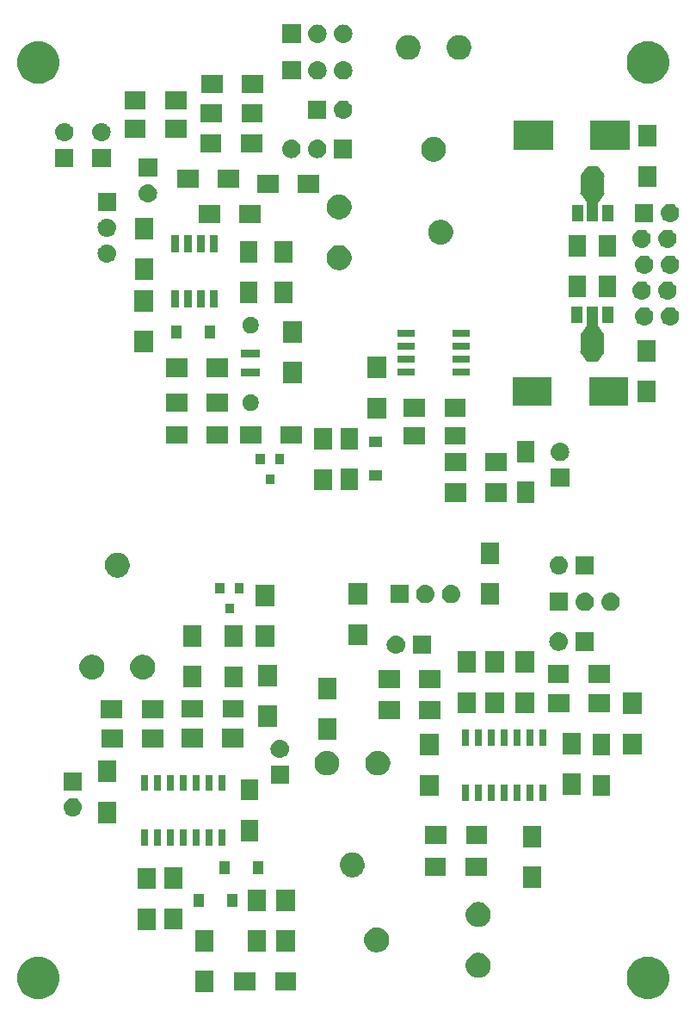
<source format=gts>
G04 #@! TF.GenerationSoftware,KiCad,Pcbnew,(5.1.0)-1*
G04 #@! TF.CreationDate,2019-05-07T09:31:36-04:00*
G04 #@! TF.ProjectId,VCO_2,56434f5f-322e-46b6-9963-61645f706362,A*
G04 #@! TF.SameCoordinates,Original*
G04 #@! TF.FileFunction,Soldermask,Top*
G04 #@! TF.FilePolarity,Negative*
%FSLAX46Y46*%
G04 Gerber Fmt 4.6, Leading zero omitted, Abs format (unit mm)*
G04 Created by KiCad (PCBNEW (5.1.0)-1) date 2019-05-07 09:31:36*
%MOMM*%
%LPD*%
G04 APERTURE LIST*
%ADD10C,0.100000*%
G04 APERTURE END LIST*
D10*
G36*
X115406373Y-142957024D02*
G01*
X115607589Y-142997048D01*
X115986671Y-143154069D01*
X116327835Y-143382028D01*
X116617972Y-143672165D01*
X116845931Y-144013329D01*
X117002952Y-144392411D01*
X117083000Y-144794842D01*
X117083000Y-145205158D01*
X117002952Y-145607589D01*
X116845931Y-145986671D01*
X116617972Y-146327835D01*
X116327835Y-146617972D01*
X115986671Y-146845931D01*
X115607589Y-147002952D01*
X115205159Y-147083000D01*
X114794841Y-147083000D01*
X114392411Y-147002952D01*
X114013329Y-146845931D01*
X113672165Y-146617972D01*
X113382028Y-146327835D01*
X113154069Y-145986671D01*
X112997048Y-145607589D01*
X112917000Y-145205158D01*
X112917000Y-144794842D01*
X112997048Y-144392411D01*
X113154069Y-144013329D01*
X113382028Y-143672165D01*
X113672165Y-143382028D01*
X114013329Y-143154069D01*
X114392411Y-142997048D01*
X114593627Y-142957024D01*
X114794841Y-142917000D01*
X115205159Y-142917000D01*
X115406373Y-142957024D01*
X115406373Y-142957024D01*
G37*
G36*
X55406373Y-142957024D02*
G01*
X55607589Y-142997048D01*
X55986671Y-143154069D01*
X56327835Y-143382028D01*
X56617972Y-143672165D01*
X56845931Y-144013329D01*
X57002952Y-144392411D01*
X57083000Y-144794842D01*
X57083000Y-145205158D01*
X57002952Y-145607589D01*
X56845931Y-145986671D01*
X56617972Y-146327835D01*
X56327835Y-146617972D01*
X55986671Y-146845931D01*
X55607589Y-147002952D01*
X55205159Y-147083000D01*
X54794841Y-147083000D01*
X54392411Y-147002952D01*
X54013329Y-146845931D01*
X53672165Y-146617972D01*
X53382028Y-146327835D01*
X53154069Y-145986671D01*
X52997048Y-145607589D01*
X52917000Y-145205158D01*
X52917000Y-144794842D01*
X52997048Y-144392411D01*
X53154069Y-144013329D01*
X53382028Y-143672165D01*
X53672165Y-143382028D01*
X54013329Y-143154069D01*
X54392411Y-142997048D01*
X54593627Y-142957024D01*
X54794841Y-142917000D01*
X55205159Y-142917000D01*
X55406373Y-142957024D01*
X55406373Y-142957024D01*
G37*
G36*
X72224200Y-146402000D02*
G01*
X70422200Y-146402000D01*
X70422200Y-144300000D01*
X72224200Y-144300000D01*
X72224200Y-146402000D01*
X72224200Y-146402000D01*
G37*
G36*
X76400600Y-146239800D02*
G01*
X74298600Y-146239800D01*
X74298600Y-144437800D01*
X76400600Y-144437800D01*
X76400600Y-146239800D01*
X76400600Y-146239800D01*
G37*
G36*
X80400600Y-146239800D02*
G01*
X78298600Y-146239800D01*
X78298600Y-144437800D01*
X80400600Y-144437800D01*
X80400600Y-146239800D01*
X80400600Y-146239800D01*
G37*
G36*
X98654153Y-142586122D02*
G01*
X98746194Y-142624247D01*
X98876359Y-142678163D01*
X99076342Y-142811787D01*
X99246413Y-142981858D01*
X99380037Y-143181841D01*
X99472078Y-143404048D01*
X99519000Y-143639941D01*
X99519000Y-143880459D01*
X99472078Y-144116352D01*
X99380037Y-144338559D01*
X99246413Y-144538542D01*
X99076342Y-144708613D01*
X98876359Y-144842237D01*
X98746194Y-144896153D01*
X98654153Y-144934278D01*
X98418259Y-144981200D01*
X98177741Y-144981200D01*
X97941847Y-144934278D01*
X97849806Y-144896153D01*
X97719641Y-144842237D01*
X97519658Y-144708613D01*
X97349587Y-144538542D01*
X97215963Y-144338559D01*
X97123922Y-144116352D01*
X97077000Y-143880459D01*
X97077000Y-143639941D01*
X97123922Y-143404048D01*
X97215963Y-143181841D01*
X97349587Y-142981858D01*
X97519658Y-142811787D01*
X97719641Y-142678163D01*
X97849806Y-142624247D01*
X97941847Y-142586122D01*
X98177741Y-142539200D01*
X98418259Y-142539200D01*
X98654153Y-142586122D01*
X98654153Y-142586122D01*
G37*
G36*
X88654153Y-140086122D02*
G01*
X88746194Y-140124247D01*
X88876359Y-140178163D01*
X89076342Y-140311787D01*
X89246413Y-140481858D01*
X89380037Y-140681841D01*
X89472078Y-140904048D01*
X89519000Y-141139941D01*
X89519000Y-141380459D01*
X89472078Y-141616352D01*
X89380037Y-141838559D01*
X89246413Y-142038542D01*
X89076342Y-142208613D01*
X88876359Y-142342237D01*
X88746194Y-142396153D01*
X88654153Y-142434278D01*
X88536205Y-142457739D01*
X88418259Y-142481200D01*
X88177741Y-142481200D01*
X88059795Y-142457739D01*
X87941847Y-142434278D01*
X87849806Y-142396153D01*
X87719641Y-142342237D01*
X87519658Y-142208613D01*
X87349587Y-142038542D01*
X87215963Y-141838559D01*
X87123922Y-141616352D01*
X87077000Y-141380459D01*
X87077000Y-141139941D01*
X87123922Y-140904048D01*
X87215963Y-140681841D01*
X87349587Y-140481858D01*
X87519658Y-140311787D01*
X87719641Y-140178163D01*
X87849806Y-140124247D01*
X87941847Y-140086122D01*
X88177741Y-140039200D01*
X88418259Y-140039200D01*
X88654153Y-140086122D01*
X88654153Y-140086122D01*
G37*
G36*
X80250600Y-142427400D02*
G01*
X78448600Y-142427400D01*
X78448600Y-140325400D01*
X80250600Y-140325400D01*
X80250600Y-142427400D01*
X80250600Y-142427400D01*
G37*
G36*
X77405800Y-142402000D02*
G01*
X75603800Y-142402000D01*
X75603800Y-140300000D01*
X77405800Y-140300000D01*
X77405800Y-142402000D01*
X77405800Y-142402000D01*
G37*
G36*
X72224200Y-142402000D02*
G01*
X70422200Y-142402000D01*
X70422200Y-140300000D01*
X72224200Y-140300000D01*
X72224200Y-142402000D01*
X72224200Y-142402000D01*
G37*
G36*
X66585400Y-140280600D02*
G01*
X64783400Y-140280600D01*
X64783400Y-138178600D01*
X66585400Y-138178600D01*
X66585400Y-140280600D01*
X66585400Y-140280600D01*
G37*
G36*
X69176200Y-140255200D02*
G01*
X67374200Y-140255200D01*
X67374200Y-138153200D01*
X69176200Y-138153200D01*
X69176200Y-140255200D01*
X69176200Y-140255200D01*
G37*
G36*
X98536205Y-137562661D02*
G01*
X98654153Y-137586122D01*
X98746194Y-137624247D01*
X98876359Y-137678163D01*
X99076342Y-137811787D01*
X99246413Y-137981858D01*
X99380037Y-138181841D01*
X99472078Y-138404048D01*
X99519000Y-138639941D01*
X99519000Y-138880459D01*
X99472078Y-139116352D01*
X99380037Y-139338559D01*
X99246413Y-139538542D01*
X99076342Y-139708613D01*
X98876359Y-139842237D01*
X98746194Y-139896153D01*
X98654153Y-139934278D01*
X98418259Y-139981200D01*
X98177741Y-139981200D01*
X97941847Y-139934278D01*
X97849806Y-139896153D01*
X97719641Y-139842237D01*
X97519658Y-139708613D01*
X97349587Y-139538542D01*
X97215963Y-139338559D01*
X97123922Y-139116352D01*
X97077000Y-138880459D01*
X97077000Y-138639941D01*
X97123922Y-138404048D01*
X97215963Y-138181841D01*
X97349587Y-137981858D01*
X97519658Y-137811787D01*
X97719641Y-137678163D01*
X97849806Y-137624247D01*
X97941847Y-137586122D01*
X98059795Y-137562661D01*
X98177741Y-137539200D01*
X98418259Y-137539200D01*
X98536205Y-137562661D01*
X98536205Y-137562661D01*
G37*
G36*
X80250600Y-138427400D02*
G01*
X78448600Y-138427400D01*
X78448600Y-136325400D01*
X80250600Y-136325400D01*
X80250600Y-138427400D01*
X80250600Y-138427400D01*
G37*
G36*
X77405800Y-138402000D02*
G01*
X75603800Y-138402000D01*
X75603800Y-136300000D01*
X77405800Y-136300000D01*
X77405800Y-138402000D01*
X77405800Y-138402000D01*
G37*
G36*
X74565400Y-138014200D02*
G01*
X73563400Y-138014200D01*
X73563400Y-136712200D01*
X74565400Y-136712200D01*
X74565400Y-138014200D01*
X74565400Y-138014200D01*
G37*
G36*
X71265400Y-138014200D02*
G01*
X70263400Y-138014200D01*
X70263400Y-136712200D01*
X71265400Y-136712200D01*
X71265400Y-138014200D01*
X71265400Y-138014200D01*
G37*
G36*
X66585400Y-136280600D02*
G01*
X64783400Y-136280600D01*
X64783400Y-134178600D01*
X66585400Y-134178600D01*
X66585400Y-136280600D01*
X66585400Y-136280600D01*
G37*
G36*
X69176200Y-136255200D02*
G01*
X67374200Y-136255200D01*
X67374200Y-134153200D01*
X69176200Y-134153200D01*
X69176200Y-136255200D01*
X69176200Y-136255200D01*
G37*
G36*
X104482200Y-136140400D02*
G01*
X102680200Y-136140400D01*
X102680200Y-134038400D01*
X104482200Y-134038400D01*
X104482200Y-136140400D01*
X104482200Y-136140400D01*
G37*
G36*
X86151805Y-132685861D02*
G01*
X86269753Y-132709322D01*
X86361794Y-132747447D01*
X86491959Y-132801363D01*
X86691942Y-132934987D01*
X86862013Y-133105058D01*
X86995637Y-133305041D01*
X87087678Y-133527248D01*
X87134600Y-133763141D01*
X87134600Y-134003659D01*
X87111139Y-134121606D01*
X87104855Y-134153200D01*
X87087678Y-134239552D01*
X86995637Y-134461759D01*
X86862013Y-134661742D01*
X86691942Y-134831813D01*
X86491959Y-134965437D01*
X86361794Y-135019353D01*
X86269753Y-135057478D01*
X86151805Y-135080939D01*
X86033859Y-135104400D01*
X85793341Y-135104400D01*
X85675395Y-135080939D01*
X85557447Y-135057478D01*
X85465406Y-135019353D01*
X85335241Y-134965437D01*
X85135258Y-134831813D01*
X84965187Y-134661742D01*
X84831563Y-134461759D01*
X84739522Y-134239552D01*
X84722346Y-134153200D01*
X84716061Y-134121606D01*
X84692600Y-134003659D01*
X84692600Y-133763141D01*
X84739522Y-133527248D01*
X84831563Y-133305041D01*
X84965187Y-133105058D01*
X85135258Y-132934987D01*
X85335241Y-132801363D01*
X85465406Y-132747447D01*
X85557447Y-132709322D01*
X85675395Y-132685861D01*
X85793341Y-132662400D01*
X86033859Y-132662400D01*
X86151805Y-132685861D01*
X86151805Y-132685861D01*
G37*
G36*
X95120400Y-134987600D02*
G01*
X93018400Y-134987600D01*
X93018400Y-133185600D01*
X95120400Y-133185600D01*
X95120400Y-134987600D01*
X95120400Y-134987600D01*
G37*
G36*
X99120400Y-134987600D02*
G01*
X97018400Y-134987600D01*
X97018400Y-133185600D01*
X99120400Y-133185600D01*
X99120400Y-134987600D01*
X99120400Y-134987600D01*
G37*
G36*
X73805400Y-134839200D02*
G01*
X72803400Y-134839200D01*
X72803400Y-133537200D01*
X73805400Y-133537200D01*
X73805400Y-134839200D01*
X73805400Y-134839200D01*
G37*
G36*
X77105400Y-134839200D02*
G01*
X76103400Y-134839200D01*
X76103400Y-133537200D01*
X77105400Y-133537200D01*
X77105400Y-134839200D01*
X77105400Y-134839200D01*
G37*
G36*
X104482200Y-132140400D02*
G01*
X102680200Y-132140400D01*
X102680200Y-130038400D01*
X104482200Y-130038400D01*
X104482200Y-132140400D01*
X104482200Y-132140400D01*
G37*
G36*
X67051400Y-132025000D02*
G01*
X66349400Y-132025000D01*
X66349400Y-130423000D01*
X67051400Y-130423000D01*
X67051400Y-132025000D01*
X67051400Y-132025000D01*
G37*
G36*
X65781400Y-132025000D02*
G01*
X65079400Y-132025000D01*
X65079400Y-130423000D01*
X65781400Y-130423000D01*
X65781400Y-132025000D01*
X65781400Y-132025000D01*
G37*
G36*
X68321400Y-132025000D02*
G01*
X67619400Y-132025000D01*
X67619400Y-130423000D01*
X68321400Y-130423000D01*
X68321400Y-132025000D01*
X68321400Y-132025000D01*
G37*
G36*
X69591400Y-132025000D02*
G01*
X68889400Y-132025000D01*
X68889400Y-130423000D01*
X69591400Y-130423000D01*
X69591400Y-132025000D01*
X69591400Y-132025000D01*
G37*
G36*
X72131400Y-132025000D02*
G01*
X71429400Y-132025000D01*
X71429400Y-130423000D01*
X72131400Y-130423000D01*
X72131400Y-132025000D01*
X72131400Y-132025000D01*
G37*
G36*
X73401400Y-132025000D02*
G01*
X72699400Y-132025000D01*
X72699400Y-130423000D01*
X73401400Y-130423000D01*
X73401400Y-132025000D01*
X73401400Y-132025000D01*
G37*
G36*
X70861400Y-132025000D02*
G01*
X70159400Y-132025000D01*
X70159400Y-130423000D01*
X70861400Y-130423000D01*
X70861400Y-132025000D01*
X70861400Y-132025000D01*
G37*
G36*
X99196600Y-131863400D02*
G01*
X97094600Y-131863400D01*
X97094600Y-130061400D01*
X99196600Y-130061400D01*
X99196600Y-131863400D01*
X99196600Y-131863400D01*
G37*
G36*
X95196600Y-131863400D02*
G01*
X93094600Y-131863400D01*
X93094600Y-130061400D01*
X95196600Y-130061400D01*
X95196600Y-131863400D01*
X95196600Y-131863400D01*
G37*
G36*
X76619200Y-131556200D02*
G01*
X74917200Y-131556200D01*
X74917200Y-129454200D01*
X76619200Y-129454200D01*
X76619200Y-131556200D01*
X76619200Y-131556200D01*
G37*
G36*
X62699200Y-129765000D02*
G01*
X60897200Y-129765000D01*
X60897200Y-127663000D01*
X62699200Y-127663000D01*
X62699200Y-129765000D01*
X62699200Y-129765000D01*
G37*
G36*
X58505042Y-127324718D02*
G01*
X58571227Y-127331237D01*
X58741066Y-127382757D01*
X58897591Y-127466422D01*
X58933329Y-127495752D01*
X59034786Y-127579014D01*
X59118048Y-127680471D01*
X59147378Y-127716209D01*
X59231043Y-127872734D01*
X59282563Y-128042573D01*
X59299959Y-128219200D01*
X59282563Y-128395827D01*
X59231043Y-128565666D01*
X59147378Y-128722191D01*
X59118048Y-128757929D01*
X59034786Y-128859386D01*
X58933329Y-128942648D01*
X58897591Y-128971978D01*
X58741066Y-129055643D01*
X58571227Y-129107163D01*
X58505043Y-129113681D01*
X58438860Y-129120200D01*
X58350340Y-129120200D01*
X58284157Y-129113681D01*
X58217973Y-129107163D01*
X58048134Y-129055643D01*
X57891609Y-128971978D01*
X57855871Y-128942648D01*
X57754414Y-128859386D01*
X57671152Y-128757929D01*
X57641822Y-128722191D01*
X57558157Y-128565666D01*
X57506637Y-128395827D01*
X57489241Y-128219200D01*
X57506637Y-128042573D01*
X57558157Y-127872734D01*
X57641822Y-127716209D01*
X57671152Y-127680471D01*
X57754414Y-127579014D01*
X57855871Y-127495752D01*
X57891609Y-127466422D01*
X58048134Y-127382757D01*
X58217973Y-127331237D01*
X58284158Y-127324718D01*
X58350340Y-127318200D01*
X58438860Y-127318200D01*
X58505042Y-127324718D01*
X58505042Y-127324718D01*
G37*
G36*
X97379000Y-127605400D02*
G01*
X96677000Y-127605400D01*
X96677000Y-126003400D01*
X97379000Y-126003400D01*
X97379000Y-127605400D01*
X97379000Y-127605400D01*
G37*
G36*
X98649000Y-127605400D02*
G01*
X97947000Y-127605400D01*
X97947000Y-126003400D01*
X98649000Y-126003400D01*
X98649000Y-127605400D01*
X98649000Y-127605400D01*
G37*
G36*
X99919000Y-127605400D02*
G01*
X99217000Y-127605400D01*
X99217000Y-126003400D01*
X99919000Y-126003400D01*
X99919000Y-127605400D01*
X99919000Y-127605400D01*
G37*
G36*
X101189000Y-127605400D02*
G01*
X100487000Y-127605400D01*
X100487000Y-126003400D01*
X101189000Y-126003400D01*
X101189000Y-127605400D01*
X101189000Y-127605400D01*
G37*
G36*
X102459000Y-127605400D02*
G01*
X101757000Y-127605400D01*
X101757000Y-126003400D01*
X102459000Y-126003400D01*
X102459000Y-127605400D01*
X102459000Y-127605400D01*
G37*
G36*
X104999000Y-127605400D02*
G01*
X104297000Y-127605400D01*
X104297000Y-126003400D01*
X104999000Y-126003400D01*
X104999000Y-127605400D01*
X104999000Y-127605400D01*
G37*
G36*
X103729000Y-127605400D02*
G01*
X103027000Y-127605400D01*
X103027000Y-126003400D01*
X103729000Y-126003400D01*
X103729000Y-127605400D01*
X103729000Y-127605400D01*
G37*
G36*
X76619200Y-127556200D02*
G01*
X74917200Y-127556200D01*
X74917200Y-125454200D01*
X76619200Y-125454200D01*
X76619200Y-127556200D01*
X76619200Y-127556200D01*
G37*
G36*
X94373000Y-127136600D02*
G01*
X92571000Y-127136600D01*
X92571000Y-125034600D01*
X94373000Y-125034600D01*
X94373000Y-127136600D01*
X94373000Y-127136600D01*
G37*
G36*
X111290200Y-127123400D02*
G01*
X109588200Y-127123400D01*
X109588200Y-125021400D01*
X111290200Y-125021400D01*
X111290200Y-127123400D01*
X111290200Y-127123400D01*
G37*
G36*
X108393800Y-127021800D02*
G01*
X106591800Y-127021800D01*
X106591800Y-124919800D01*
X108393800Y-124919800D01*
X108393800Y-127021800D01*
X108393800Y-127021800D01*
G37*
G36*
X67051400Y-126625000D02*
G01*
X66349400Y-126625000D01*
X66349400Y-125023000D01*
X67051400Y-125023000D01*
X67051400Y-126625000D01*
X67051400Y-126625000D01*
G37*
G36*
X70861400Y-126625000D02*
G01*
X70159400Y-126625000D01*
X70159400Y-125023000D01*
X70861400Y-125023000D01*
X70861400Y-126625000D01*
X70861400Y-126625000D01*
G37*
G36*
X69591400Y-126625000D02*
G01*
X68889400Y-126625000D01*
X68889400Y-125023000D01*
X69591400Y-125023000D01*
X69591400Y-126625000D01*
X69591400Y-126625000D01*
G37*
G36*
X72131400Y-126625000D02*
G01*
X71429400Y-126625000D01*
X71429400Y-125023000D01*
X72131400Y-125023000D01*
X72131400Y-126625000D01*
X72131400Y-126625000D01*
G37*
G36*
X68321400Y-126625000D02*
G01*
X67619400Y-126625000D01*
X67619400Y-125023000D01*
X68321400Y-125023000D01*
X68321400Y-126625000D01*
X68321400Y-126625000D01*
G37*
G36*
X65781400Y-126625000D02*
G01*
X65079400Y-126625000D01*
X65079400Y-125023000D01*
X65781400Y-125023000D01*
X65781400Y-126625000D01*
X65781400Y-126625000D01*
G37*
G36*
X73401400Y-126625000D02*
G01*
X72699400Y-126625000D01*
X72699400Y-125023000D01*
X73401400Y-125023000D01*
X73401400Y-126625000D01*
X73401400Y-126625000D01*
G37*
G36*
X59295600Y-126580200D02*
G01*
X57493600Y-126580200D01*
X57493600Y-124778200D01*
X59295600Y-124778200D01*
X59295600Y-126580200D01*
X59295600Y-126580200D01*
G37*
G36*
X79666400Y-125919800D02*
G01*
X77864400Y-125919800D01*
X77864400Y-124117800D01*
X79666400Y-124117800D01*
X79666400Y-125919800D01*
X79666400Y-125919800D01*
G37*
G36*
X62699200Y-125765000D02*
G01*
X60897200Y-125765000D01*
X60897200Y-123663000D01*
X62699200Y-123663000D01*
X62699200Y-125765000D01*
X62699200Y-125765000D01*
G37*
G36*
X83769753Y-122709322D02*
G01*
X83861794Y-122747447D01*
X83991959Y-122801363D01*
X84191942Y-122934987D01*
X84362013Y-123105058D01*
X84495637Y-123305041D01*
X84587678Y-123527248D01*
X84634600Y-123763141D01*
X84634600Y-124003659D01*
X84587678Y-124239552D01*
X84495637Y-124461759D01*
X84362013Y-124661742D01*
X84191942Y-124831813D01*
X83991959Y-124965437D01*
X83861794Y-125019353D01*
X83769753Y-125057478D01*
X83651805Y-125080939D01*
X83533859Y-125104400D01*
X83293341Y-125104400D01*
X83175395Y-125080939D01*
X83057447Y-125057478D01*
X82965406Y-125019353D01*
X82835241Y-124965437D01*
X82635258Y-124831813D01*
X82465187Y-124661742D01*
X82331563Y-124461759D01*
X82239522Y-124239552D01*
X82192600Y-124003659D01*
X82192600Y-123763141D01*
X82239522Y-123527248D01*
X82331563Y-123305041D01*
X82465187Y-123105058D01*
X82635258Y-122934987D01*
X82835241Y-122801363D01*
X82965406Y-122747447D01*
X83057447Y-122709322D01*
X83293341Y-122662400D01*
X83533859Y-122662400D01*
X83769753Y-122709322D01*
X83769753Y-122709322D01*
G37*
G36*
X88769753Y-122709322D02*
G01*
X88861794Y-122747447D01*
X88991959Y-122801363D01*
X89191942Y-122934987D01*
X89362013Y-123105058D01*
X89495637Y-123305041D01*
X89587678Y-123527248D01*
X89634600Y-123763141D01*
X89634600Y-124003659D01*
X89587678Y-124239552D01*
X89495637Y-124461759D01*
X89362013Y-124661742D01*
X89191942Y-124831813D01*
X88991959Y-124965437D01*
X88861794Y-125019353D01*
X88769753Y-125057478D01*
X88651805Y-125080939D01*
X88533859Y-125104400D01*
X88293341Y-125104400D01*
X88175395Y-125080939D01*
X88057447Y-125057478D01*
X87965406Y-125019353D01*
X87835241Y-124965437D01*
X87635258Y-124831813D01*
X87465187Y-124661742D01*
X87331563Y-124461759D01*
X87239522Y-124239552D01*
X87192600Y-124003659D01*
X87192600Y-123763141D01*
X87239522Y-123527248D01*
X87331563Y-123305041D01*
X87465187Y-123105058D01*
X87635258Y-122934987D01*
X87835241Y-122801363D01*
X87965406Y-122747447D01*
X88057447Y-122709322D01*
X88293341Y-122662400D01*
X88533859Y-122662400D01*
X88769753Y-122709322D01*
X88769753Y-122709322D01*
G37*
G36*
X78875842Y-121584318D02*
G01*
X78942027Y-121590837D01*
X79111866Y-121642357D01*
X79268391Y-121726022D01*
X79304129Y-121755352D01*
X79405586Y-121838614D01*
X79488848Y-121940071D01*
X79518178Y-121975809D01*
X79601843Y-122132334D01*
X79653363Y-122302173D01*
X79670759Y-122478800D01*
X79653363Y-122655427D01*
X79601843Y-122825266D01*
X79518178Y-122981791D01*
X79488848Y-123017529D01*
X79405586Y-123118986D01*
X79304129Y-123202248D01*
X79268391Y-123231578D01*
X79268389Y-123231579D01*
X79130953Y-123305041D01*
X79111866Y-123315243D01*
X78942027Y-123366763D01*
X78875843Y-123373281D01*
X78809660Y-123379800D01*
X78721140Y-123379800D01*
X78654957Y-123373281D01*
X78588773Y-123366763D01*
X78418934Y-123315243D01*
X78399848Y-123305041D01*
X78262411Y-123231579D01*
X78262409Y-123231578D01*
X78226671Y-123202248D01*
X78125214Y-123118986D01*
X78041952Y-123017529D01*
X78012622Y-122981791D01*
X77928957Y-122825266D01*
X77877437Y-122655427D01*
X77860041Y-122478800D01*
X77877437Y-122302173D01*
X77928957Y-122132334D01*
X78012622Y-121975809D01*
X78041952Y-121940071D01*
X78125214Y-121838614D01*
X78226671Y-121755352D01*
X78262409Y-121726022D01*
X78418934Y-121642357D01*
X78588773Y-121590837D01*
X78654958Y-121584318D01*
X78721140Y-121577800D01*
X78809660Y-121577800D01*
X78875842Y-121584318D01*
X78875842Y-121584318D01*
G37*
G36*
X94373000Y-123136600D02*
G01*
X92571000Y-123136600D01*
X92571000Y-121034600D01*
X94373000Y-121034600D01*
X94373000Y-123136600D01*
X94373000Y-123136600D01*
G37*
G36*
X111290200Y-123123400D02*
G01*
X109588200Y-123123400D01*
X109588200Y-121021400D01*
X111290200Y-121021400D01*
X111290200Y-123123400D01*
X111290200Y-123123400D01*
G37*
G36*
X114362800Y-123072600D02*
G01*
X112560800Y-123072600D01*
X112560800Y-120970600D01*
X114362800Y-120970600D01*
X114362800Y-123072600D01*
X114362800Y-123072600D01*
G37*
G36*
X108393800Y-123021800D02*
G01*
X106591800Y-123021800D01*
X106591800Y-120919800D01*
X108393800Y-120919800D01*
X108393800Y-123021800D01*
X108393800Y-123021800D01*
G37*
G36*
X63319600Y-122363800D02*
G01*
X61217600Y-122363800D01*
X61217600Y-120561800D01*
X63319600Y-120561800D01*
X63319600Y-122363800D01*
X63319600Y-122363800D01*
G37*
G36*
X67319600Y-122363800D02*
G01*
X65217600Y-122363800D01*
X65217600Y-120561800D01*
X67319600Y-120561800D01*
X67319600Y-122363800D01*
X67319600Y-122363800D01*
G37*
G36*
X75219000Y-122313000D02*
G01*
X73117000Y-122313000D01*
X73117000Y-120511000D01*
X75219000Y-120511000D01*
X75219000Y-122313000D01*
X75219000Y-122313000D01*
G37*
G36*
X71219000Y-122313000D02*
G01*
X69117000Y-122313000D01*
X69117000Y-120511000D01*
X71219000Y-120511000D01*
X71219000Y-122313000D01*
X71219000Y-122313000D01*
G37*
G36*
X98649000Y-122205400D02*
G01*
X97947000Y-122205400D01*
X97947000Y-120603400D01*
X98649000Y-120603400D01*
X98649000Y-122205400D01*
X98649000Y-122205400D01*
G37*
G36*
X99919000Y-122205400D02*
G01*
X99217000Y-122205400D01*
X99217000Y-120603400D01*
X99919000Y-120603400D01*
X99919000Y-122205400D01*
X99919000Y-122205400D01*
G37*
G36*
X97379000Y-122205400D02*
G01*
X96677000Y-122205400D01*
X96677000Y-120603400D01*
X97379000Y-120603400D01*
X97379000Y-122205400D01*
X97379000Y-122205400D01*
G37*
G36*
X104999000Y-122205400D02*
G01*
X104297000Y-122205400D01*
X104297000Y-120603400D01*
X104999000Y-120603400D01*
X104999000Y-122205400D01*
X104999000Y-122205400D01*
G37*
G36*
X101189000Y-122205400D02*
G01*
X100487000Y-122205400D01*
X100487000Y-120603400D01*
X101189000Y-120603400D01*
X101189000Y-122205400D01*
X101189000Y-122205400D01*
G37*
G36*
X102459000Y-122205400D02*
G01*
X101757000Y-122205400D01*
X101757000Y-120603400D01*
X102459000Y-120603400D01*
X102459000Y-122205400D01*
X102459000Y-122205400D01*
G37*
G36*
X103729000Y-122205400D02*
G01*
X103027000Y-122205400D01*
X103027000Y-120603400D01*
X103729000Y-120603400D01*
X103729000Y-122205400D01*
X103729000Y-122205400D01*
G37*
G36*
X84340000Y-121611600D02*
G01*
X82538000Y-121611600D01*
X82538000Y-119509600D01*
X84340000Y-119509600D01*
X84340000Y-121611600D01*
X84340000Y-121611600D01*
G37*
G36*
X78472600Y-120341600D02*
G01*
X76670600Y-120341600D01*
X76670600Y-118239600D01*
X78472600Y-118239600D01*
X78472600Y-120341600D01*
X78472600Y-120341600D01*
G37*
G36*
X94611400Y-119544400D02*
G01*
X92509400Y-119544400D01*
X92509400Y-117742400D01*
X94611400Y-117742400D01*
X94611400Y-119544400D01*
X94611400Y-119544400D01*
G37*
G36*
X90611400Y-119544400D02*
G01*
X88509400Y-119544400D01*
X88509400Y-117742400D01*
X90611400Y-117742400D01*
X90611400Y-119544400D01*
X90611400Y-119544400D01*
G37*
G36*
X67281000Y-119493600D02*
G01*
X65179000Y-119493600D01*
X65179000Y-117691600D01*
X67281000Y-117691600D01*
X67281000Y-119493600D01*
X67281000Y-119493600D01*
G37*
G36*
X63281000Y-119493600D02*
G01*
X61179000Y-119493600D01*
X61179000Y-117691600D01*
X63281000Y-117691600D01*
X63281000Y-119493600D01*
X63281000Y-119493600D01*
G37*
G36*
X71231200Y-119392800D02*
G01*
X69129200Y-119392800D01*
X69129200Y-117690800D01*
X71231200Y-117690800D01*
X71231200Y-119392800D01*
X71231200Y-119392800D01*
G37*
G36*
X75231200Y-119392800D02*
G01*
X73129200Y-119392800D01*
X73129200Y-117690800D01*
X75231200Y-117690800D01*
X75231200Y-119392800D01*
X75231200Y-119392800D01*
G37*
G36*
X114362800Y-119072600D02*
G01*
X112560800Y-119072600D01*
X112560800Y-116970600D01*
X114362800Y-116970600D01*
X114362800Y-119072600D01*
X114362800Y-119072600D01*
G37*
G36*
X103771000Y-119008600D02*
G01*
X101969000Y-119008600D01*
X101969000Y-116906600D01*
X103771000Y-116906600D01*
X103771000Y-119008600D01*
X103771000Y-119008600D01*
G37*
G36*
X100824600Y-118995400D02*
G01*
X99022600Y-118995400D01*
X99022600Y-116893400D01*
X100824600Y-116893400D01*
X100824600Y-118995400D01*
X100824600Y-118995400D01*
G37*
G36*
X98056000Y-118995400D02*
G01*
X96254000Y-118995400D01*
X96254000Y-116893400D01*
X98056000Y-116893400D01*
X98056000Y-118995400D01*
X98056000Y-118995400D01*
G37*
G36*
X111273800Y-118909400D02*
G01*
X109171800Y-118909400D01*
X109171800Y-117107400D01*
X111273800Y-117107400D01*
X111273800Y-118909400D01*
X111273800Y-118909400D01*
G37*
G36*
X107273800Y-118909400D02*
G01*
X105171800Y-118909400D01*
X105171800Y-117107400D01*
X107273800Y-117107400D01*
X107273800Y-118909400D01*
X107273800Y-118909400D01*
G37*
G36*
X84340000Y-117611600D02*
G01*
X82538000Y-117611600D01*
X82538000Y-115509600D01*
X84340000Y-115509600D01*
X84340000Y-117611600D01*
X84340000Y-117611600D01*
G37*
G36*
X90599200Y-116547200D02*
G01*
X88497200Y-116547200D01*
X88497200Y-114745200D01*
X90599200Y-114745200D01*
X90599200Y-116547200D01*
X90599200Y-116547200D01*
G37*
G36*
X94599200Y-116547200D02*
G01*
X92497200Y-116547200D01*
X92497200Y-114745200D01*
X94599200Y-114745200D01*
X94599200Y-116547200D01*
X94599200Y-116547200D01*
G37*
G36*
X75094400Y-116455400D02*
G01*
X73292400Y-116455400D01*
X73292400Y-114353400D01*
X75094400Y-114353400D01*
X75094400Y-116455400D01*
X75094400Y-116455400D01*
G37*
G36*
X71055800Y-116430000D02*
G01*
X69253800Y-116430000D01*
X69253800Y-114328000D01*
X71055800Y-114328000D01*
X71055800Y-116430000D01*
X71055800Y-116430000D01*
G37*
G36*
X78472600Y-116341600D02*
G01*
X76670600Y-116341600D01*
X76670600Y-114239600D01*
X78472600Y-114239600D01*
X78472600Y-116341600D01*
X78472600Y-116341600D01*
G37*
G36*
X107236200Y-116013800D02*
G01*
X105134200Y-116013800D01*
X105134200Y-114211800D01*
X107236200Y-114211800D01*
X107236200Y-116013800D01*
X107236200Y-116013800D01*
G37*
G36*
X111236200Y-116013800D02*
G01*
X109134200Y-116013800D01*
X109134200Y-114211800D01*
X111236200Y-114211800D01*
X111236200Y-116013800D01*
X111236200Y-116013800D01*
G37*
G36*
X60634153Y-113252922D02*
G01*
X60726194Y-113291047D01*
X60856359Y-113344963D01*
X61056342Y-113478587D01*
X61226413Y-113648658D01*
X61360037Y-113848641D01*
X61452078Y-114070848D01*
X61499000Y-114306741D01*
X61499000Y-114547259D01*
X61452078Y-114783152D01*
X61360037Y-115005359D01*
X61226413Y-115205342D01*
X61056342Y-115375413D01*
X60856359Y-115509037D01*
X60726194Y-115562953D01*
X60634153Y-115601078D01*
X60516205Y-115624539D01*
X60398259Y-115648000D01*
X60157741Y-115648000D01*
X60039795Y-115624539D01*
X59921847Y-115601078D01*
X59829806Y-115562953D01*
X59699641Y-115509037D01*
X59499658Y-115375413D01*
X59329587Y-115205342D01*
X59195963Y-115005359D01*
X59103922Y-114783152D01*
X59057000Y-114547259D01*
X59057000Y-114306741D01*
X59103922Y-114070848D01*
X59195963Y-113848641D01*
X59329587Y-113648658D01*
X59499658Y-113478587D01*
X59699641Y-113344963D01*
X59829806Y-113291047D01*
X59921847Y-113252922D01*
X60157741Y-113206000D01*
X60398259Y-113206000D01*
X60634153Y-113252922D01*
X60634153Y-113252922D01*
G37*
G36*
X65634153Y-113252922D02*
G01*
X65726194Y-113291047D01*
X65856359Y-113344963D01*
X66056342Y-113478587D01*
X66226413Y-113648658D01*
X66360037Y-113848641D01*
X66452078Y-114070848D01*
X66499000Y-114306741D01*
X66499000Y-114547259D01*
X66452078Y-114783152D01*
X66360037Y-115005359D01*
X66226413Y-115205342D01*
X66056342Y-115375413D01*
X65856359Y-115509037D01*
X65726194Y-115562953D01*
X65634153Y-115601078D01*
X65516205Y-115624539D01*
X65398259Y-115648000D01*
X65157741Y-115648000D01*
X65039795Y-115624539D01*
X64921847Y-115601078D01*
X64829806Y-115562953D01*
X64699641Y-115509037D01*
X64499658Y-115375413D01*
X64329587Y-115205342D01*
X64195963Y-115005359D01*
X64103922Y-114783152D01*
X64057000Y-114547259D01*
X64057000Y-114306741D01*
X64103922Y-114070848D01*
X64195963Y-113848641D01*
X64329587Y-113648658D01*
X64499658Y-113478587D01*
X64699641Y-113344963D01*
X64829806Y-113291047D01*
X64921847Y-113252922D01*
X65157741Y-113206000D01*
X65398259Y-113206000D01*
X65634153Y-113252922D01*
X65634153Y-113252922D01*
G37*
G36*
X103771000Y-115008600D02*
G01*
X101969000Y-115008600D01*
X101969000Y-112906600D01*
X103771000Y-112906600D01*
X103771000Y-115008600D01*
X103771000Y-115008600D01*
G37*
G36*
X98056000Y-114995400D02*
G01*
X96254000Y-114995400D01*
X96254000Y-112893400D01*
X98056000Y-112893400D01*
X98056000Y-114995400D01*
X98056000Y-114995400D01*
G37*
G36*
X100824600Y-114995400D02*
G01*
X99022600Y-114995400D01*
X99022600Y-112893400D01*
X100824600Y-112893400D01*
X100824600Y-114995400D01*
X100824600Y-114995400D01*
G37*
G36*
X90305843Y-111348119D02*
G01*
X90372027Y-111354637D01*
X90541866Y-111406157D01*
X90698391Y-111489822D01*
X90734129Y-111519152D01*
X90835586Y-111602414D01*
X90918848Y-111703871D01*
X90948178Y-111739609D01*
X91031843Y-111896134D01*
X91083363Y-112065973D01*
X91100759Y-112242600D01*
X91083363Y-112419227D01*
X91031843Y-112589066D01*
X90948178Y-112745591D01*
X90924664Y-112774243D01*
X90835586Y-112882786D01*
X90734129Y-112966048D01*
X90698391Y-112995378D01*
X90541866Y-113079043D01*
X90372027Y-113130563D01*
X90305842Y-113137082D01*
X90239660Y-113143600D01*
X90151140Y-113143600D01*
X90084958Y-113137082D01*
X90018773Y-113130563D01*
X89848934Y-113079043D01*
X89692409Y-112995378D01*
X89656671Y-112966048D01*
X89555214Y-112882786D01*
X89466136Y-112774243D01*
X89442622Y-112745591D01*
X89358957Y-112589066D01*
X89307437Y-112419227D01*
X89290041Y-112242600D01*
X89307437Y-112065973D01*
X89358957Y-111896134D01*
X89442622Y-111739609D01*
X89471952Y-111703871D01*
X89555214Y-111602414D01*
X89656671Y-111519152D01*
X89692409Y-111489822D01*
X89848934Y-111406157D01*
X90018773Y-111354637D01*
X90084957Y-111348119D01*
X90151140Y-111341600D01*
X90239660Y-111341600D01*
X90305843Y-111348119D01*
X90305843Y-111348119D01*
G37*
G36*
X93636400Y-113143600D02*
G01*
X91834400Y-113143600D01*
X91834400Y-111341600D01*
X93636400Y-111341600D01*
X93636400Y-113143600D01*
X93636400Y-113143600D01*
G37*
G36*
X106307842Y-111043318D02*
G01*
X106374027Y-111049837D01*
X106543866Y-111101357D01*
X106700391Y-111185022D01*
X106736129Y-111214352D01*
X106837586Y-111297614D01*
X106920848Y-111399071D01*
X106950178Y-111434809D01*
X107033843Y-111591334D01*
X107085363Y-111761173D01*
X107102759Y-111937800D01*
X107085363Y-112114427D01*
X107033843Y-112284266D01*
X106950178Y-112440791D01*
X106920848Y-112476529D01*
X106837586Y-112577986D01*
X106736129Y-112661248D01*
X106700391Y-112690578D01*
X106543866Y-112774243D01*
X106374027Y-112825763D01*
X106307842Y-112832282D01*
X106241660Y-112838800D01*
X106153140Y-112838800D01*
X106086958Y-112832282D01*
X106020773Y-112825763D01*
X105850934Y-112774243D01*
X105694409Y-112690578D01*
X105658671Y-112661248D01*
X105557214Y-112577986D01*
X105473952Y-112476529D01*
X105444622Y-112440791D01*
X105360957Y-112284266D01*
X105309437Y-112114427D01*
X105292041Y-111937800D01*
X105309437Y-111761173D01*
X105360957Y-111591334D01*
X105444622Y-111434809D01*
X105473952Y-111399071D01*
X105557214Y-111297614D01*
X105658671Y-111214352D01*
X105694409Y-111185022D01*
X105850934Y-111101357D01*
X106020773Y-111049837D01*
X106086958Y-111043318D01*
X106153140Y-111036800D01*
X106241660Y-111036800D01*
X106307842Y-111043318D01*
X106307842Y-111043318D01*
G37*
G36*
X109638400Y-112838800D02*
G01*
X107836400Y-112838800D01*
X107836400Y-111036800D01*
X109638400Y-111036800D01*
X109638400Y-112838800D01*
X109638400Y-112838800D01*
G37*
G36*
X75094400Y-112455400D02*
G01*
X73292400Y-112455400D01*
X73292400Y-110353400D01*
X75094400Y-110353400D01*
X75094400Y-112455400D01*
X75094400Y-112455400D01*
G37*
G36*
X78218600Y-112442200D02*
G01*
X76416600Y-112442200D01*
X76416600Y-110340200D01*
X78218600Y-110340200D01*
X78218600Y-112442200D01*
X78218600Y-112442200D01*
G37*
G36*
X71055800Y-112430000D02*
G01*
X69253800Y-112430000D01*
X69253800Y-110328000D01*
X71055800Y-110328000D01*
X71055800Y-112430000D01*
X71055800Y-112430000D01*
G37*
G36*
X87362600Y-112315200D02*
G01*
X85560600Y-112315200D01*
X85560600Y-110213200D01*
X87362600Y-110213200D01*
X87362600Y-112315200D01*
X87362600Y-112315200D01*
G37*
G36*
X74278600Y-109181000D02*
G01*
X73376600Y-109181000D01*
X73376600Y-108179000D01*
X74278600Y-108179000D01*
X74278600Y-109181000D01*
X74278600Y-109181000D01*
G37*
G36*
X107149200Y-108927200D02*
G01*
X105347200Y-108927200D01*
X105347200Y-107125200D01*
X107149200Y-107125200D01*
X107149200Y-108927200D01*
X107149200Y-108927200D01*
G37*
G36*
X108898643Y-107131719D02*
G01*
X108964827Y-107138237D01*
X109134666Y-107189757D01*
X109291191Y-107273422D01*
X109326929Y-107302752D01*
X109428386Y-107386014D01*
X109511648Y-107487471D01*
X109540978Y-107523209D01*
X109624643Y-107679734D01*
X109676163Y-107849573D01*
X109693559Y-108026200D01*
X109676163Y-108202827D01*
X109624643Y-108372666D01*
X109540978Y-108529191D01*
X109511648Y-108564929D01*
X109428386Y-108666386D01*
X109326929Y-108749648D01*
X109291191Y-108778978D01*
X109134666Y-108862643D01*
X108964827Y-108914163D01*
X108898642Y-108920682D01*
X108832460Y-108927200D01*
X108743940Y-108927200D01*
X108677758Y-108920682D01*
X108611573Y-108914163D01*
X108441734Y-108862643D01*
X108285209Y-108778978D01*
X108249471Y-108749648D01*
X108148014Y-108666386D01*
X108064752Y-108564929D01*
X108035422Y-108529191D01*
X107951757Y-108372666D01*
X107900237Y-108202827D01*
X107882841Y-108026200D01*
X107900237Y-107849573D01*
X107951757Y-107679734D01*
X108035422Y-107523209D01*
X108064752Y-107487471D01*
X108148014Y-107386014D01*
X108249471Y-107302752D01*
X108285209Y-107273422D01*
X108441734Y-107189757D01*
X108611573Y-107138237D01*
X108677757Y-107131719D01*
X108743940Y-107125200D01*
X108832460Y-107125200D01*
X108898643Y-107131719D01*
X108898643Y-107131719D01*
G37*
G36*
X111438643Y-107131719D02*
G01*
X111504827Y-107138237D01*
X111674666Y-107189757D01*
X111831191Y-107273422D01*
X111866929Y-107302752D01*
X111968386Y-107386014D01*
X112051648Y-107487471D01*
X112080978Y-107523209D01*
X112164643Y-107679734D01*
X112216163Y-107849573D01*
X112233559Y-108026200D01*
X112216163Y-108202827D01*
X112164643Y-108372666D01*
X112080978Y-108529191D01*
X112051648Y-108564929D01*
X111968386Y-108666386D01*
X111866929Y-108749648D01*
X111831191Y-108778978D01*
X111674666Y-108862643D01*
X111504827Y-108914163D01*
X111438642Y-108920682D01*
X111372460Y-108927200D01*
X111283940Y-108927200D01*
X111217758Y-108920682D01*
X111151573Y-108914163D01*
X110981734Y-108862643D01*
X110825209Y-108778978D01*
X110789471Y-108749648D01*
X110688014Y-108666386D01*
X110604752Y-108564929D01*
X110575422Y-108529191D01*
X110491757Y-108372666D01*
X110440237Y-108202827D01*
X110422841Y-108026200D01*
X110440237Y-107849573D01*
X110491757Y-107679734D01*
X110575422Y-107523209D01*
X110604752Y-107487471D01*
X110688014Y-107386014D01*
X110789471Y-107302752D01*
X110825209Y-107273422D01*
X110981734Y-107189757D01*
X111151573Y-107138237D01*
X111217757Y-107131719D01*
X111283940Y-107125200D01*
X111372460Y-107125200D01*
X111438643Y-107131719D01*
X111438643Y-107131719D01*
G37*
G36*
X78218600Y-108442200D02*
G01*
X76416600Y-108442200D01*
X76416600Y-106340200D01*
X78218600Y-106340200D01*
X78218600Y-108442200D01*
X78218600Y-108442200D01*
G37*
G36*
X87362600Y-108315200D02*
G01*
X85560600Y-108315200D01*
X85560600Y-106213200D01*
X87362600Y-106213200D01*
X87362600Y-108315200D01*
X87362600Y-108315200D01*
G37*
G36*
X100367400Y-108302000D02*
G01*
X98565400Y-108302000D01*
X98565400Y-106200000D01*
X100367400Y-106200000D01*
X100367400Y-108302000D01*
X100367400Y-108302000D01*
G37*
G36*
X95741443Y-106369719D02*
G01*
X95807627Y-106376237D01*
X95977466Y-106427757D01*
X96133991Y-106511422D01*
X96169729Y-106540752D01*
X96271186Y-106624014D01*
X96354448Y-106725471D01*
X96383778Y-106761209D01*
X96467443Y-106917734D01*
X96518963Y-107087573D01*
X96536359Y-107264200D01*
X96518963Y-107440827D01*
X96467443Y-107610666D01*
X96383778Y-107767191D01*
X96354448Y-107802929D01*
X96271186Y-107904386D01*
X96169729Y-107987648D01*
X96133991Y-108016978D01*
X95977466Y-108100643D01*
X95807627Y-108152163D01*
X95741443Y-108158681D01*
X95675260Y-108165200D01*
X95586740Y-108165200D01*
X95520557Y-108158681D01*
X95454373Y-108152163D01*
X95284534Y-108100643D01*
X95128009Y-108016978D01*
X95092271Y-107987648D01*
X94990814Y-107904386D01*
X94907552Y-107802929D01*
X94878222Y-107767191D01*
X94794557Y-107610666D01*
X94743037Y-107440827D01*
X94725641Y-107264200D01*
X94743037Y-107087573D01*
X94794557Y-106917734D01*
X94878222Y-106761209D01*
X94907552Y-106725471D01*
X94990814Y-106624014D01*
X95092271Y-106540752D01*
X95128009Y-106511422D01*
X95284534Y-106427757D01*
X95454373Y-106376237D01*
X95520557Y-106369719D01*
X95586740Y-106363200D01*
X95675260Y-106363200D01*
X95741443Y-106369719D01*
X95741443Y-106369719D01*
G37*
G36*
X93201443Y-106369719D02*
G01*
X93267627Y-106376237D01*
X93437466Y-106427757D01*
X93593991Y-106511422D01*
X93629729Y-106540752D01*
X93731186Y-106624014D01*
X93814448Y-106725471D01*
X93843778Y-106761209D01*
X93927443Y-106917734D01*
X93978963Y-107087573D01*
X93996359Y-107264200D01*
X93978963Y-107440827D01*
X93927443Y-107610666D01*
X93843778Y-107767191D01*
X93814448Y-107802929D01*
X93731186Y-107904386D01*
X93629729Y-107987648D01*
X93593991Y-108016978D01*
X93437466Y-108100643D01*
X93267627Y-108152163D01*
X93201443Y-108158681D01*
X93135260Y-108165200D01*
X93046740Y-108165200D01*
X92980557Y-108158681D01*
X92914373Y-108152163D01*
X92744534Y-108100643D01*
X92588009Y-108016978D01*
X92552271Y-107987648D01*
X92450814Y-107904386D01*
X92367552Y-107802929D01*
X92338222Y-107767191D01*
X92254557Y-107610666D01*
X92203037Y-107440827D01*
X92185641Y-107264200D01*
X92203037Y-107087573D01*
X92254557Y-106917734D01*
X92338222Y-106761209D01*
X92367552Y-106725471D01*
X92450814Y-106624014D01*
X92552271Y-106540752D01*
X92588009Y-106511422D01*
X92744534Y-106427757D01*
X92914373Y-106376237D01*
X92980557Y-106369719D01*
X93046740Y-106363200D01*
X93135260Y-106363200D01*
X93201443Y-106369719D01*
X93201443Y-106369719D01*
G37*
G36*
X91452000Y-108165200D02*
G01*
X89650000Y-108165200D01*
X89650000Y-106363200D01*
X91452000Y-106363200D01*
X91452000Y-108165200D01*
X91452000Y-108165200D01*
G37*
G36*
X73328600Y-107181000D02*
G01*
X72426600Y-107181000D01*
X72426600Y-106179000D01*
X73328600Y-106179000D01*
X73328600Y-107181000D01*
X73328600Y-107181000D01*
G37*
G36*
X75228600Y-107181000D02*
G01*
X74326600Y-107181000D01*
X74326600Y-106179000D01*
X75228600Y-106179000D01*
X75228600Y-107181000D01*
X75228600Y-107181000D01*
G37*
G36*
X63134153Y-103252922D02*
G01*
X63226194Y-103291047D01*
X63356359Y-103344963D01*
X63556342Y-103478587D01*
X63726413Y-103648658D01*
X63860037Y-103848641D01*
X63888107Y-103916409D01*
X63952078Y-104070847D01*
X63999000Y-104306742D01*
X63999000Y-104547258D01*
X63955517Y-104765866D01*
X63952078Y-104783152D01*
X63860037Y-105005359D01*
X63726413Y-105205342D01*
X63556342Y-105375413D01*
X63356359Y-105509037D01*
X63226194Y-105562953D01*
X63134153Y-105601078D01*
X63016205Y-105624539D01*
X62898259Y-105648000D01*
X62657741Y-105648000D01*
X62539795Y-105624539D01*
X62421847Y-105601078D01*
X62329806Y-105562953D01*
X62199641Y-105509037D01*
X61999658Y-105375413D01*
X61829587Y-105205342D01*
X61695963Y-105005359D01*
X61603922Y-104783152D01*
X61600484Y-104765866D01*
X61557000Y-104547258D01*
X61557000Y-104306742D01*
X61603922Y-104070847D01*
X61667893Y-103916409D01*
X61695963Y-103848641D01*
X61829587Y-103648658D01*
X61999658Y-103478587D01*
X62199641Y-103344963D01*
X62329806Y-103291047D01*
X62421847Y-103252922D01*
X62657741Y-103206000D01*
X62898259Y-103206000D01*
X63134153Y-103252922D01*
X63134153Y-103252922D01*
G37*
G36*
X109663800Y-105320400D02*
G01*
X107861800Y-105320400D01*
X107861800Y-103518400D01*
X109663800Y-103518400D01*
X109663800Y-105320400D01*
X109663800Y-105320400D01*
G37*
G36*
X106333242Y-103524918D02*
G01*
X106399427Y-103531437D01*
X106569266Y-103582957D01*
X106725791Y-103666622D01*
X106761529Y-103695952D01*
X106862986Y-103779214D01*
X106919962Y-103848641D01*
X106975578Y-103916409D01*
X106975579Y-103916411D01*
X107058128Y-104070847D01*
X107059243Y-104072934D01*
X107110763Y-104242773D01*
X107128159Y-104419400D01*
X107110763Y-104596027D01*
X107059243Y-104765866D01*
X106975578Y-104922391D01*
X106946248Y-104958129D01*
X106862986Y-105059586D01*
X106761529Y-105142848D01*
X106725791Y-105172178D01*
X106569266Y-105255843D01*
X106399427Y-105307363D01*
X106333243Y-105313881D01*
X106267060Y-105320400D01*
X106178540Y-105320400D01*
X106112357Y-105313881D01*
X106046173Y-105307363D01*
X105876334Y-105255843D01*
X105719809Y-105172178D01*
X105684071Y-105142848D01*
X105582614Y-105059586D01*
X105499352Y-104958129D01*
X105470022Y-104922391D01*
X105386357Y-104765866D01*
X105334837Y-104596027D01*
X105317441Y-104419400D01*
X105334837Y-104242773D01*
X105386357Y-104072934D01*
X105387473Y-104070847D01*
X105470021Y-103916411D01*
X105470022Y-103916409D01*
X105525638Y-103848641D01*
X105582614Y-103779214D01*
X105684071Y-103695952D01*
X105719809Y-103666622D01*
X105876334Y-103582957D01*
X106046173Y-103531437D01*
X106112358Y-103524918D01*
X106178540Y-103518400D01*
X106267060Y-103518400D01*
X106333242Y-103524918D01*
X106333242Y-103524918D01*
G37*
G36*
X100367400Y-104302000D02*
G01*
X98565400Y-104302000D01*
X98565400Y-102200000D01*
X100367400Y-102200000D01*
X100367400Y-104302000D01*
X100367400Y-104302000D01*
G37*
G36*
X103822600Y-98333000D02*
G01*
X102120600Y-98333000D01*
X102120600Y-96231000D01*
X103822600Y-96231000D01*
X103822600Y-98333000D01*
X103822600Y-98333000D01*
G37*
G36*
X101113800Y-98183000D02*
G01*
X99011800Y-98183000D01*
X99011800Y-96381000D01*
X101113800Y-96381000D01*
X101113800Y-98183000D01*
X101113800Y-98183000D01*
G37*
G36*
X97113800Y-98183000D02*
G01*
X95011800Y-98183000D01*
X95011800Y-96381000D01*
X97113800Y-96381000D01*
X97113800Y-98183000D01*
X97113800Y-98183000D01*
G37*
G36*
X83933600Y-97075200D02*
G01*
X82131600Y-97075200D01*
X82131600Y-94973200D01*
X83933600Y-94973200D01*
X83933600Y-97075200D01*
X83933600Y-97075200D01*
G37*
G36*
X86474400Y-97037600D02*
G01*
X84772400Y-97037600D01*
X84772400Y-94935600D01*
X86474400Y-94935600D01*
X86474400Y-97037600D01*
X86474400Y-97037600D01*
G37*
G36*
X107250800Y-96735200D02*
G01*
X105448800Y-96735200D01*
X105448800Y-94933200D01*
X107250800Y-94933200D01*
X107250800Y-96735200D01*
X107250800Y-96735200D01*
G37*
G36*
X78266400Y-96481000D02*
G01*
X77364400Y-96481000D01*
X77364400Y-95479000D01*
X78266400Y-95479000D01*
X78266400Y-96481000D01*
X78266400Y-96481000D01*
G37*
G36*
X88839800Y-96106600D02*
G01*
X87537800Y-96106600D01*
X87537800Y-95104600D01*
X88839800Y-95104600D01*
X88839800Y-96106600D01*
X88839800Y-96106600D01*
G37*
G36*
X101088400Y-95185800D02*
G01*
X98986400Y-95185800D01*
X98986400Y-93383800D01*
X101088400Y-93383800D01*
X101088400Y-95185800D01*
X101088400Y-95185800D01*
G37*
G36*
X97088400Y-95185800D02*
G01*
X94986400Y-95185800D01*
X94986400Y-93383800D01*
X97088400Y-93383800D01*
X97088400Y-95185800D01*
X97088400Y-95185800D01*
G37*
G36*
X79216400Y-94481000D02*
G01*
X78314400Y-94481000D01*
X78314400Y-93479000D01*
X79216400Y-93479000D01*
X79216400Y-94481000D01*
X79216400Y-94481000D01*
G37*
G36*
X77316400Y-94481000D02*
G01*
X76414400Y-94481000D01*
X76414400Y-93479000D01*
X77316400Y-93479000D01*
X77316400Y-94481000D01*
X77316400Y-94481000D01*
G37*
G36*
X103822600Y-94333000D02*
G01*
X102120600Y-94333000D01*
X102120600Y-92231000D01*
X103822600Y-92231000D01*
X103822600Y-94333000D01*
X103822600Y-94333000D01*
G37*
G36*
X106460243Y-92399719D02*
G01*
X106526427Y-92406237D01*
X106696266Y-92457757D01*
X106852791Y-92541422D01*
X106888529Y-92570752D01*
X106989986Y-92654014D01*
X107073248Y-92755471D01*
X107102578Y-92791209D01*
X107186243Y-92947734D01*
X107237763Y-93117573D01*
X107255159Y-93294200D01*
X107237763Y-93470827D01*
X107186243Y-93640666D01*
X107102578Y-93797191D01*
X107073248Y-93832929D01*
X106989986Y-93934386D01*
X106888529Y-94017648D01*
X106852791Y-94046978D01*
X106696266Y-94130643D01*
X106526427Y-94182163D01*
X106460242Y-94188682D01*
X106394060Y-94195200D01*
X106305540Y-94195200D01*
X106239358Y-94188682D01*
X106173173Y-94182163D01*
X106003334Y-94130643D01*
X105846809Y-94046978D01*
X105811071Y-94017648D01*
X105709614Y-93934386D01*
X105626352Y-93832929D01*
X105597022Y-93797191D01*
X105513357Y-93640666D01*
X105461837Y-93470827D01*
X105444441Y-93294200D01*
X105461837Y-93117573D01*
X105513357Y-92947734D01*
X105597022Y-92791209D01*
X105626352Y-92755471D01*
X105709614Y-92654014D01*
X105811071Y-92570752D01*
X105846809Y-92541422D01*
X106003334Y-92457757D01*
X106173173Y-92406237D01*
X106239357Y-92399719D01*
X106305540Y-92393200D01*
X106394060Y-92393200D01*
X106460243Y-92399719D01*
X106460243Y-92399719D01*
G37*
G36*
X83933600Y-93075200D02*
G01*
X82131600Y-93075200D01*
X82131600Y-90973200D01*
X83933600Y-90973200D01*
X83933600Y-93075200D01*
X83933600Y-93075200D01*
G37*
G36*
X86474400Y-93037600D02*
G01*
X84772400Y-93037600D01*
X84772400Y-90935600D01*
X86474400Y-90935600D01*
X86474400Y-93037600D01*
X86474400Y-93037600D01*
G37*
G36*
X88839800Y-92806600D02*
G01*
X87537800Y-92806600D01*
X87537800Y-91804600D01*
X88839800Y-91804600D01*
X88839800Y-92806600D01*
X88839800Y-92806600D01*
G37*
G36*
X93075200Y-92519600D02*
G01*
X90973200Y-92519600D01*
X90973200Y-90817600D01*
X93075200Y-90817600D01*
X93075200Y-92519600D01*
X93075200Y-92519600D01*
G37*
G36*
X97075200Y-92519600D02*
G01*
X94973200Y-92519600D01*
X94973200Y-90817600D01*
X97075200Y-90817600D01*
X97075200Y-92519600D01*
X97075200Y-92519600D01*
G37*
G36*
X80971600Y-92494200D02*
G01*
X78869600Y-92494200D01*
X78869600Y-90792200D01*
X80971600Y-90792200D01*
X80971600Y-92494200D01*
X80971600Y-92494200D01*
G37*
G36*
X76971600Y-92494200D02*
G01*
X74869600Y-92494200D01*
X74869600Y-90792200D01*
X76971600Y-90792200D01*
X76971600Y-92494200D01*
X76971600Y-92494200D01*
G37*
G36*
X73669600Y-92468800D02*
G01*
X71567600Y-92468800D01*
X71567600Y-90766800D01*
X73669600Y-90766800D01*
X73669600Y-92468800D01*
X73669600Y-92468800D01*
G37*
G36*
X69669600Y-92468800D02*
G01*
X67567600Y-92468800D01*
X67567600Y-90766800D01*
X69669600Y-90766800D01*
X69669600Y-92468800D01*
X69669600Y-92468800D01*
G37*
G36*
X89216800Y-90052600D02*
G01*
X87414800Y-90052600D01*
X87414800Y-87950600D01*
X89216800Y-87950600D01*
X89216800Y-90052600D01*
X89216800Y-90052600D01*
G37*
G36*
X93075200Y-89877200D02*
G01*
X90973200Y-89877200D01*
X90973200Y-88075200D01*
X93075200Y-88075200D01*
X93075200Y-89877200D01*
X93075200Y-89877200D01*
G37*
G36*
X97075200Y-89877200D02*
G01*
X94973200Y-89877200D01*
X94973200Y-88075200D01*
X97075200Y-88075200D01*
X97075200Y-89877200D01*
X97075200Y-89877200D01*
G37*
G36*
X69656400Y-89343800D02*
G01*
X67554400Y-89343800D01*
X67554400Y-87541800D01*
X69656400Y-87541800D01*
X69656400Y-89343800D01*
X69656400Y-89343800D01*
G37*
G36*
X73656400Y-89343800D02*
G01*
X71554400Y-89343800D01*
X71554400Y-87541800D01*
X73656400Y-87541800D01*
X73656400Y-89343800D01*
X73656400Y-89343800D01*
G37*
G36*
X76132342Y-87661042D02*
G01*
X76280301Y-87722329D01*
X76413455Y-87811299D01*
X76526701Y-87924545D01*
X76615671Y-88057699D01*
X76676958Y-88205658D01*
X76708200Y-88362725D01*
X76708200Y-88522875D01*
X76676958Y-88679942D01*
X76615671Y-88827901D01*
X76526701Y-88961055D01*
X76413455Y-89074301D01*
X76280301Y-89163271D01*
X76132342Y-89224558D01*
X75975275Y-89255800D01*
X75815125Y-89255800D01*
X75658058Y-89224558D01*
X75510099Y-89163271D01*
X75376945Y-89074301D01*
X75263699Y-88961055D01*
X75174729Y-88827901D01*
X75113442Y-88679942D01*
X75082200Y-88522875D01*
X75082200Y-88362725D01*
X75113442Y-88205658D01*
X75174729Y-88057699D01*
X75263699Y-87924545D01*
X75376945Y-87811299D01*
X75510099Y-87722329D01*
X75658058Y-87661042D01*
X75815125Y-87629800D01*
X75975275Y-87629800D01*
X76132342Y-87661042D01*
X76132342Y-87661042D01*
G37*
G36*
X105507200Y-88751600D02*
G01*
X101655200Y-88751600D01*
X101655200Y-85949600D01*
X105507200Y-85949600D01*
X105507200Y-88751600D01*
X105507200Y-88751600D01*
G37*
G36*
X113057200Y-88751600D02*
G01*
X109205200Y-88751600D01*
X109205200Y-85949600D01*
X113057200Y-85949600D01*
X113057200Y-88751600D01*
X113057200Y-88751600D01*
G37*
G36*
X115734400Y-88413800D02*
G01*
X113932400Y-88413800D01*
X113932400Y-86311800D01*
X115734400Y-86311800D01*
X115734400Y-88413800D01*
X115734400Y-88413800D01*
G37*
G36*
X80911000Y-86547400D02*
G01*
X79109000Y-86547400D01*
X79109000Y-84445400D01*
X80911000Y-84445400D01*
X80911000Y-86547400D01*
X80911000Y-86547400D01*
G37*
G36*
X89216800Y-86052600D02*
G01*
X87414800Y-86052600D01*
X87414800Y-83950600D01*
X89216800Y-83950600D01*
X89216800Y-86052600D01*
X89216800Y-86052600D01*
G37*
G36*
X73656400Y-85914800D02*
G01*
X71554400Y-85914800D01*
X71554400Y-84112800D01*
X73656400Y-84112800D01*
X73656400Y-85914800D01*
X73656400Y-85914800D01*
G37*
G36*
X69656400Y-85914800D02*
G01*
X67554400Y-85914800D01*
X67554400Y-84112800D01*
X69656400Y-84112800D01*
X69656400Y-85914800D01*
X69656400Y-85914800D01*
G37*
G36*
X76770800Y-85857200D02*
G01*
X74968800Y-85857200D01*
X74968800Y-85105200D01*
X76770800Y-85105200D01*
X76770800Y-85857200D01*
X76770800Y-85857200D01*
G37*
G36*
X92029800Y-85771200D02*
G01*
X90377800Y-85771200D01*
X90377800Y-85069200D01*
X92029800Y-85069200D01*
X92029800Y-85771200D01*
X92029800Y-85771200D01*
G37*
G36*
X97429800Y-85771200D02*
G01*
X95777800Y-85771200D01*
X95777800Y-85069200D01*
X97429800Y-85069200D01*
X97429800Y-85771200D01*
X97429800Y-85771200D01*
G37*
G36*
X97429800Y-84501200D02*
G01*
X95777800Y-84501200D01*
X95777800Y-83799200D01*
X97429800Y-83799200D01*
X97429800Y-84501200D01*
X97429800Y-84501200D01*
G37*
G36*
X92029800Y-84501200D02*
G01*
X90377800Y-84501200D01*
X90377800Y-83799200D01*
X92029800Y-83799200D01*
X92029800Y-84501200D01*
X92029800Y-84501200D01*
G37*
G36*
X110074400Y-80797978D02*
G01*
X110076802Y-80822364D01*
X110083915Y-80845813D01*
X110096996Y-80869660D01*
X110605422Y-81595983D01*
X110621374Y-81614584D01*
X110640648Y-81629715D01*
X110662504Y-81640795D01*
X110674400Y-81644124D01*
X110674400Y-81655122D01*
X110676802Y-81679508D01*
X110683915Y-81702957D01*
X110696996Y-81726804D01*
X110721353Y-81761600D01*
X110734426Y-81780275D01*
X110729953Y-81782666D01*
X110711011Y-81798211D01*
X110695466Y-81817153D01*
X110683915Y-81838764D01*
X110676802Y-81862213D01*
X110674400Y-81886599D01*
X110674400Y-83352801D01*
X110676802Y-83377187D01*
X110683915Y-83400636D01*
X110695466Y-83422247D01*
X110711011Y-83441189D01*
X110729953Y-83456734D01*
X110734850Y-83459351D01*
X110697279Y-83512576D01*
X110685178Y-83533884D01*
X110677467Y-83557143D01*
X110674400Y-83584661D01*
X110674400Y-83596035D01*
X110658643Y-83600815D01*
X110637032Y-83612366D01*
X110618090Y-83627911D01*
X110604358Y-83644214D01*
X110049826Y-84429800D01*
X108996974Y-84429800D01*
X108442442Y-83644214D01*
X108426417Y-83625677D01*
X108407083Y-83610622D01*
X108385184Y-83599628D01*
X108372400Y-83596105D01*
X108372400Y-83584661D01*
X108369998Y-83560275D01*
X108362885Y-83536826D01*
X108349521Y-83512576D01*
X108311950Y-83459351D01*
X108316847Y-83456734D01*
X108335789Y-83441189D01*
X108351334Y-83422247D01*
X108362885Y-83400636D01*
X108369998Y-83377187D01*
X108372400Y-83352801D01*
X108372400Y-81886599D01*
X108369998Y-81862213D01*
X108362885Y-81838764D01*
X108351334Y-81817153D01*
X108335789Y-81798211D01*
X108316847Y-81782666D01*
X108312374Y-81780275D01*
X108349804Y-81726804D01*
X108361821Y-81705449D01*
X108369441Y-81682160D01*
X108372400Y-81655122D01*
X108372400Y-81644156D01*
X108386810Y-81639785D01*
X108408421Y-81628234D01*
X108427363Y-81612689D01*
X108441378Y-81595983D01*
X108949804Y-80869660D01*
X108961821Y-80848305D01*
X108969441Y-80825016D01*
X108972400Y-80797978D01*
X108972400Y-79002300D01*
X110074400Y-79002300D01*
X110074400Y-80797978D01*
X110074400Y-80797978D01*
G37*
G36*
X115734400Y-84413800D02*
G01*
X113932400Y-84413800D01*
X113932400Y-82311800D01*
X115734400Y-82311800D01*
X115734400Y-84413800D01*
X115734400Y-84413800D01*
G37*
G36*
X76770800Y-83957200D02*
G01*
X74968800Y-83957200D01*
X74968800Y-83205200D01*
X76770800Y-83205200D01*
X76770800Y-83957200D01*
X76770800Y-83957200D01*
G37*
G36*
X66280600Y-83474000D02*
G01*
X64478600Y-83474000D01*
X64478600Y-81372000D01*
X66280600Y-81372000D01*
X66280600Y-83474000D01*
X66280600Y-83474000D01*
G37*
G36*
X97429800Y-83231200D02*
G01*
X95777800Y-83231200D01*
X95777800Y-82529200D01*
X97429800Y-82529200D01*
X97429800Y-83231200D01*
X97429800Y-83231200D01*
G37*
G36*
X92029800Y-83231200D02*
G01*
X90377800Y-83231200D01*
X90377800Y-82529200D01*
X92029800Y-82529200D01*
X92029800Y-83231200D01*
X92029800Y-83231200D01*
G37*
G36*
X80911000Y-82547400D02*
G01*
X79109000Y-82547400D01*
X79109000Y-80445400D01*
X80911000Y-80445400D01*
X80911000Y-82547400D01*
X80911000Y-82547400D01*
G37*
G36*
X69107400Y-82134200D02*
G01*
X68105400Y-82134200D01*
X68105400Y-80832200D01*
X69107400Y-80832200D01*
X69107400Y-82134200D01*
X69107400Y-82134200D01*
G37*
G36*
X72407400Y-82134200D02*
G01*
X71405400Y-82134200D01*
X71405400Y-80832200D01*
X72407400Y-80832200D01*
X72407400Y-82134200D01*
X72407400Y-82134200D01*
G37*
G36*
X92029800Y-81961200D02*
G01*
X90377800Y-81961200D01*
X90377800Y-81259200D01*
X92029800Y-81259200D01*
X92029800Y-81961200D01*
X92029800Y-81961200D01*
G37*
G36*
X97429800Y-81961200D02*
G01*
X95777800Y-81961200D01*
X95777800Y-81259200D01*
X97429800Y-81259200D01*
X97429800Y-81961200D01*
X97429800Y-81961200D01*
G37*
G36*
X76132342Y-80041042D02*
G01*
X76280301Y-80102329D01*
X76413455Y-80191299D01*
X76526701Y-80304545D01*
X76615671Y-80437699D01*
X76676958Y-80585658D01*
X76708200Y-80742725D01*
X76708200Y-80902875D01*
X76676958Y-81059942D01*
X76615671Y-81207901D01*
X76526701Y-81341055D01*
X76413455Y-81454301D01*
X76280301Y-81543271D01*
X76132342Y-81604558D01*
X75975275Y-81635800D01*
X75815125Y-81635800D01*
X75658058Y-81604558D01*
X75510099Y-81543271D01*
X75376945Y-81454301D01*
X75263699Y-81341055D01*
X75174729Y-81207901D01*
X75113442Y-81059942D01*
X75082200Y-80902875D01*
X75082200Y-80742725D01*
X75113442Y-80585658D01*
X75174729Y-80437699D01*
X75263699Y-80304545D01*
X75376945Y-80191299D01*
X75510099Y-80102329D01*
X75658058Y-80041042D01*
X75815125Y-80009800D01*
X75975275Y-80009800D01*
X76132342Y-80041042D01*
X76132342Y-80041042D01*
G37*
G36*
X117280642Y-79064718D02*
G01*
X117346827Y-79071237D01*
X117516666Y-79122757D01*
X117673191Y-79206422D01*
X117708929Y-79235752D01*
X117810386Y-79319014D01*
X117893648Y-79420471D01*
X117922978Y-79456209D01*
X118006643Y-79612734D01*
X118058163Y-79782573D01*
X118075559Y-79959200D01*
X118058163Y-80135827D01*
X118006643Y-80305666D01*
X117922978Y-80462191D01*
X117893648Y-80497929D01*
X117810386Y-80599386D01*
X117708929Y-80682648D01*
X117673191Y-80711978D01*
X117516666Y-80795643D01*
X117346827Y-80847163D01*
X117280642Y-80853682D01*
X117214460Y-80860200D01*
X117125940Y-80860200D01*
X117059758Y-80853682D01*
X116993573Y-80847163D01*
X116823734Y-80795643D01*
X116667209Y-80711978D01*
X116631471Y-80682648D01*
X116530014Y-80599386D01*
X116446752Y-80497929D01*
X116417422Y-80462191D01*
X116333757Y-80305666D01*
X116282237Y-80135827D01*
X116264841Y-79959200D01*
X116282237Y-79782573D01*
X116333757Y-79612734D01*
X116417422Y-79456209D01*
X116446752Y-79420471D01*
X116530014Y-79319014D01*
X116631471Y-79235752D01*
X116667209Y-79206422D01*
X116823734Y-79122757D01*
X116993573Y-79071237D01*
X117059758Y-79064718D01*
X117125940Y-79058200D01*
X117214460Y-79058200D01*
X117280642Y-79064718D01*
X117280642Y-79064718D01*
G37*
G36*
X114740642Y-79064718D02*
G01*
X114806827Y-79071237D01*
X114976666Y-79122757D01*
X115133191Y-79206422D01*
X115168929Y-79235752D01*
X115270386Y-79319014D01*
X115353648Y-79420471D01*
X115382978Y-79456209D01*
X115466643Y-79612734D01*
X115518163Y-79782573D01*
X115535559Y-79959200D01*
X115518163Y-80135827D01*
X115466643Y-80305666D01*
X115382978Y-80462191D01*
X115353648Y-80497929D01*
X115270386Y-80599386D01*
X115168929Y-80682648D01*
X115133191Y-80711978D01*
X114976666Y-80795643D01*
X114806827Y-80847163D01*
X114740642Y-80853682D01*
X114674460Y-80860200D01*
X114585940Y-80860200D01*
X114519758Y-80853682D01*
X114453573Y-80847163D01*
X114283734Y-80795643D01*
X114127209Y-80711978D01*
X114091471Y-80682648D01*
X113990014Y-80599386D01*
X113906752Y-80497929D01*
X113877422Y-80462191D01*
X113793757Y-80305666D01*
X113742237Y-80135827D01*
X113724841Y-79959200D01*
X113742237Y-79782573D01*
X113793757Y-79612734D01*
X113877422Y-79456209D01*
X113906752Y-79420471D01*
X113990014Y-79319014D01*
X114091471Y-79235752D01*
X114127209Y-79206422D01*
X114283734Y-79122757D01*
X114453573Y-79071237D01*
X114519758Y-79064718D01*
X114585940Y-79058200D01*
X114674460Y-79058200D01*
X114740642Y-79064718D01*
X114740642Y-79064718D01*
G37*
G36*
X111574400Y-80607800D02*
G01*
X110472400Y-80607800D01*
X110472400Y-79005800D01*
X111574400Y-79005800D01*
X111574400Y-80607800D01*
X111574400Y-80607800D01*
G37*
G36*
X108574400Y-80607800D02*
G01*
X107472400Y-80607800D01*
X107472400Y-79005800D01*
X108574400Y-79005800D01*
X108574400Y-80607800D01*
X108574400Y-80607800D01*
G37*
G36*
X66280600Y-79474000D02*
G01*
X64478600Y-79474000D01*
X64478600Y-77372000D01*
X66280600Y-77372000D01*
X66280600Y-79474000D01*
X66280600Y-79474000D01*
G37*
G36*
X68804000Y-79065600D02*
G01*
X68102000Y-79065600D01*
X68102000Y-77413600D01*
X68804000Y-77413600D01*
X68804000Y-79065600D01*
X68804000Y-79065600D01*
G37*
G36*
X70074000Y-79065600D02*
G01*
X69372000Y-79065600D01*
X69372000Y-77413600D01*
X70074000Y-77413600D01*
X70074000Y-79065600D01*
X70074000Y-79065600D01*
G37*
G36*
X72614000Y-79065600D02*
G01*
X71912000Y-79065600D01*
X71912000Y-77413600D01*
X72614000Y-77413600D01*
X72614000Y-79065600D01*
X72614000Y-79065600D01*
G37*
G36*
X71344000Y-79065600D02*
G01*
X70642000Y-79065600D01*
X70642000Y-77413600D01*
X71344000Y-77413600D01*
X71344000Y-79065600D01*
X71344000Y-79065600D01*
G37*
G36*
X80022000Y-78648000D02*
G01*
X78220000Y-78648000D01*
X78220000Y-76546000D01*
X80022000Y-76546000D01*
X80022000Y-78648000D01*
X80022000Y-78648000D01*
G37*
G36*
X76568400Y-78648000D02*
G01*
X74866400Y-78648000D01*
X74866400Y-76546000D01*
X76568400Y-76546000D01*
X76568400Y-78648000D01*
X76568400Y-78648000D01*
G37*
G36*
X114486643Y-76524719D02*
G01*
X114552827Y-76531237D01*
X114722666Y-76582757D01*
X114879191Y-76666422D01*
X114914929Y-76695752D01*
X115016386Y-76779014D01*
X115099648Y-76880471D01*
X115128978Y-76916209D01*
X115212643Y-77072734D01*
X115264163Y-77242573D01*
X115281559Y-77419200D01*
X115264163Y-77595827D01*
X115212643Y-77765666D01*
X115128978Y-77922191D01*
X115099648Y-77957929D01*
X115016386Y-78059386D01*
X114914929Y-78142648D01*
X114879191Y-78171978D01*
X114722666Y-78255643D01*
X114552827Y-78307163D01*
X114486643Y-78313681D01*
X114420460Y-78320200D01*
X114331940Y-78320200D01*
X114265757Y-78313681D01*
X114199573Y-78307163D01*
X114029734Y-78255643D01*
X113873209Y-78171978D01*
X113837471Y-78142648D01*
X113736014Y-78059386D01*
X113652752Y-77957929D01*
X113623422Y-77922191D01*
X113539757Y-77765666D01*
X113488237Y-77595827D01*
X113470841Y-77419200D01*
X113488237Y-77242573D01*
X113539757Y-77072734D01*
X113623422Y-76916209D01*
X113652752Y-76880471D01*
X113736014Y-76779014D01*
X113837471Y-76695752D01*
X113873209Y-76666422D01*
X114029734Y-76582757D01*
X114199573Y-76531237D01*
X114265757Y-76524719D01*
X114331940Y-76518200D01*
X114420460Y-76518200D01*
X114486643Y-76524719D01*
X114486643Y-76524719D01*
G37*
G36*
X117026643Y-76524719D02*
G01*
X117092827Y-76531237D01*
X117262666Y-76582757D01*
X117419191Y-76666422D01*
X117454929Y-76695752D01*
X117556386Y-76779014D01*
X117639648Y-76880471D01*
X117668978Y-76916209D01*
X117752643Y-77072734D01*
X117804163Y-77242573D01*
X117821559Y-77419200D01*
X117804163Y-77595827D01*
X117752643Y-77765666D01*
X117668978Y-77922191D01*
X117639648Y-77957929D01*
X117556386Y-78059386D01*
X117454929Y-78142648D01*
X117419191Y-78171978D01*
X117262666Y-78255643D01*
X117092827Y-78307163D01*
X117026643Y-78313681D01*
X116960460Y-78320200D01*
X116871940Y-78320200D01*
X116805757Y-78313681D01*
X116739573Y-78307163D01*
X116569734Y-78255643D01*
X116413209Y-78171978D01*
X116377471Y-78142648D01*
X116276014Y-78059386D01*
X116192752Y-77957929D01*
X116163422Y-77922191D01*
X116079757Y-77765666D01*
X116028237Y-77595827D01*
X116010841Y-77419200D01*
X116028237Y-77242573D01*
X116079757Y-77072734D01*
X116163422Y-76916209D01*
X116192752Y-76880471D01*
X116276014Y-76779014D01*
X116377471Y-76695752D01*
X116413209Y-76666422D01*
X116569734Y-76582757D01*
X116739573Y-76531237D01*
X116805757Y-76524719D01*
X116871940Y-76518200D01*
X116960460Y-76518200D01*
X117026643Y-76524719D01*
X117026643Y-76524719D01*
G37*
G36*
X108928000Y-78089200D02*
G01*
X107226000Y-78089200D01*
X107226000Y-75987200D01*
X108928000Y-75987200D01*
X108928000Y-78089200D01*
X108928000Y-78089200D01*
G37*
G36*
X111849000Y-78063800D02*
G01*
X110147000Y-78063800D01*
X110147000Y-75961800D01*
X111849000Y-75961800D01*
X111849000Y-78063800D01*
X111849000Y-78063800D01*
G37*
G36*
X66331400Y-76374200D02*
G01*
X64529400Y-76374200D01*
X64529400Y-74272200D01*
X66331400Y-74272200D01*
X66331400Y-76374200D01*
X66331400Y-76374200D01*
G37*
G36*
X114740642Y-73984718D02*
G01*
X114806827Y-73991237D01*
X114976666Y-74042757D01*
X115133191Y-74126422D01*
X115168929Y-74155752D01*
X115270386Y-74239014D01*
X115328525Y-74309858D01*
X115382978Y-74376209D01*
X115466643Y-74532734D01*
X115518163Y-74702573D01*
X115535559Y-74879200D01*
X115518163Y-75055827D01*
X115466643Y-75225666D01*
X115382978Y-75382191D01*
X115359663Y-75410600D01*
X115270386Y-75519386D01*
X115168929Y-75602648D01*
X115133191Y-75631978D01*
X114976666Y-75715643D01*
X114806827Y-75767163D01*
X114740643Y-75773681D01*
X114674460Y-75780200D01*
X114585940Y-75780200D01*
X114519757Y-75773681D01*
X114453573Y-75767163D01*
X114283734Y-75715643D01*
X114127209Y-75631978D01*
X114091471Y-75602648D01*
X113990014Y-75519386D01*
X113900737Y-75410600D01*
X113877422Y-75382191D01*
X113793757Y-75225666D01*
X113742237Y-75055827D01*
X113724841Y-74879200D01*
X113742237Y-74702573D01*
X113793757Y-74532734D01*
X113877422Y-74376209D01*
X113931875Y-74309858D01*
X113990014Y-74239014D01*
X114091471Y-74155752D01*
X114127209Y-74126422D01*
X114283734Y-74042757D01*
X114453573Y-73991237D01*
X114519758Y-73984718D01*
X114585940Y-73978200D01*
X114674460Y-73978200D01*
X114740642Y-73984718D01*
X114740642Y-73984718D01*
G37*
G36*
X117280642Y-73984718D02*
G01*
X117346827Y-73991237D01*
X117516666Y-74042757D01*
X117673191Y-74126422D01*
X117708929Y-74155752D01*
X117810386Y-74239014D01*
X117868525Y-74309858D01*
X117922978Y-74376209D01*
X118006643Y-74532734D01*
X118058163Y-74702573D01*
X118075559Y-74879200D01*
X118058163Y-75055827D01*
X118006643Y-75225666D01*
X117922978Y-75382191D01*
X117899663Y-75410600D01*
X117810386Y-75519386D01*
X117708929Y-75602648D01*
X117673191Y-75631978D01*
X117516666Y-75715643D01*
X117346827Y-75767163D01*
X117280643Y-75773681D01*
X117214460Y-75780200D01*
X117125940Y-75780200D01*
X117059757Y-75773681D01*
X116993573Y-75767163D01*
X116823734Y-75715643D01*
X116667209Y-75631978D01*
X116631471Y-75602648D01*
X116530014Y-75519386D01*
X116440737Y-75410600D01*
X116417422Y-75382191D01*
X116333757Y-75225666D01*
X116282237Y-75055827D01*
X116264841Y-74879200D01*
X116282237Y-74702573D01*
X116333757Y-74532734D01*
X116417422Y-74376209D01*
X116471875Y-74309858D01*
X116530014Y-74239014D01*
X116631471Y-74155752D01*
X116667209Y-74126422D01*
X116823734Y-74042757D01*
X116993573Y-73991237D01*
X117059758Y-73984718D01*
X117125940Y-73978200D01*
X117214460Y-73978200D01*
X117280642Y-73984718D01*
X117280642Y-73984718D01*
G37*
G36*
X84963553Y-73015522D02*
G01*
X85008698Y-73034222D01*
X85185759Y-73107563D01*
X85385742Y-73241187D01*
X85555813Y-73411258D01*
X85689437Y-73611241D01*
X85711953Y-73665600D01*
X85781478Y-73833447D01*
X85828400Y-74069342D01*
X85828400Y-74309858D01*
X85784068Y-74532734D01*
X85781478Y-74545752D01*
X85689437Y-74767959D01*
X85555813Y-74967942D01*
X85385742Y-75138013D01*
X85185759Y-75271637D01*
X85055594Y-75325553D01*
X84963553Y-75363678D01*
X84870491Y-75382189D01*
X84727659Y-75410600D01*
X84487141Y-75410600D01*
X84344309Y-75382189D01*
X84251247Y-75363678D01*
X84159206Y-75325553D01*
X84029041Y-75271637D01*
X83829058Y-75138013D01*
X83658987Y-74967942D01*
X83525363Y-74767959D01*
X83433322Y-74545752D01*
X83430733Y-74532734D01*
X83386400Y-74309858D01*
X83386400Y-74069342D01*
X83433322Y-73833447D01*
X83502847Y-73665600D01*
X83525363Y-73611241D01*
X83658987Y-73411258D01*
X83829058Y-73241187D01*
X84029041Y-73107563D01*
X84206102Y-73034222D01*
X84251247Y-73015522D01*
X84487141Y-72968600D01*
X84727659Y-72968600D01*
X84963553Y-73015522D01*
X84963553Y-73015522D01*
G37*
G36*
X61857842Y-72892518D02*
G01*
X61924027Y-72899037D01*
X62093866Y-72950557D01*
X62250391Y-73034222D01*
X62286129Y-73063552D01*
X62387586Y-73146814D01*
X62464225Y-73240200D01*
X62500178Y-73284009D01*
X62583843Y-73440534D01*
X62635363Y-73610373D01*
X62652759Y-73787000D01*
X62635363Y-73963627D01*
X62583843Y-74133466D01*
X62500178Y-74289991D01*
X62470848Y-74325729D01*
X62387586Y-74427186D01*
X62286129Y-74510448D01*
X62250391Y-74539778D01*
X62093866Y-74623443D01*
X61924027Y-74674963D01*
X61857842Y-74681482D01*
X61791660Y-74688000D01*
X61703140Y-74688000D01*
X61636958Y-74681482D01*
X61570773Y-74674963D01*
X61400934Y-74623443D01*
X61244409Y-74539778D01*
X61208671Y-74510448D01*
X61107214Y-74427186D01*
X61023952Y-74325729D01*
X60994622Y-74289991D01*
X60910957Y-74133466D01*
X60859437Y-73963627D01*
X60842041Y-73787000D01*
X60859437Y-73610373D01*
X60910957Y-73440534D01*
X60994622Y-73284009D01*
X61030575Y-73240200D01*
X61107214Y-73146814D01*
X61208671Y-73063552D01*
X61244409Y-73034222D01*
X61400934Y-72950557D01*
X61570773Y-72899037D01*
X61636958Y-72892518D01*
X61703140Y-72886000D01*
X61791660Y-72886000D01*
X61857842Y-72892518D01*
X61857842Y-72892518D01*
G37*
G36*
X80022000Y-74648000D02*
G01*
X78220000Y-74648000D01*
X78220000Y-72546000D01*
X80022000Y-72546000D01*
X80022000Y-74648000D01*
X80022000Y-74648000D01*
G37*
G36*
X76568400Y-74648000D02*
G01*
X74866400Y-74648000D01*
X74866400Y-72546000D01*
X76568400Y-72546000D01*
X76568400Y-74648000D01*
X76568400Y-74648000D01*
G37*
G36*
X108928000Y-74089200D02*
G01*
X107226000Y-74089200D01*
X107226000Y-71987200D01*
X108928000Y-71987200D01*
X108928000Y-74089200D01*
X108928000Y-74089200D01*
G37*
G36*
X111849000Y-74063800D02*
G01*
X110147000Y-74063800D01*
X110147000Y-71961800D01*
X111849000Y-71961800D01*
X111849000Y-74063800D01*
X111849000Y-74063800D01*
G37*
G36*
X71344000Y-73665600D02*
G01*
X70642000Y-73665600D01*
X70642000Y-72013600D01*
X71344000Y-72013600D01*
X71344000Y-73665600D01*
X71344000Y-73665600D01*
G37*
G36*
X70074000Y-73665600D02*
G01*
X69372000Y-73665600D01*
X69372000Y-72013600D01*
X70074000Y-72013600D01*
X70074000Y-73665600D01*
X70074000Y-73665600D01*
G37*
G36*
X68804000Y-73665600D02*
G01*
X68102000Y-73665600D01*
X68102000Y-72013600D01*
X68804000Y-72013600D01*
X68804000Y-73665600D01*
X68804000Y-73665600D01*
G37*
G36*
X72614000Y-73665600D02*
G01*
X71912000Y-73665600D01*
X71912000Y-72013600D01*
X72614000Y-72013600D01*
X72614000Y-73665600D01*
X72614000Y-73665600D01*
G37*
G36*
X117026643Y-71444719D02*
G01*
X117092827Y-71451237D01*
X117262666Y-71502757D01*
X117419191Y-71586422D01*
X117454929Y-71615752D01*
X117556386Y-71699014D01*
X117639648Y-71800471D01*
X117668978Y-71836209D01*
X117752643Y-71992734D01*
X117804163Y-72162573D01*
X117821559Y-72339200D01*
X117804163Y-72515827D01*
X117752643Y-72685666D01*
X117668978Y-72842191D01*
X117651344Y-72863678D01*
X117556386Y-72979386D01*
X117454929Y-73062648D01*
X117419191Y-73091978D01*
X117262666Y-73175643D01*
X117092827Y-73227163D01*
X117026643Y-73233681D01*
X116960460Y-73240200D01*
X116871940Y-73240200D01*
X116805757Y-73233681D01*
X116739573Y-73227163D01*
X116569734Y-73175643D01*
X116413209Y-73091978D01*
X116377471Y-73062648D01*
X116276014Y-72979386D01*
X116181056Y-72863678D01*
X116163422Y-72842191D01*
X116079757Y-72685666D01*
X116028237Y-72515827D01*
X116010841Y-72339200D01*
X116028237Y-72162573D01*
X116079757Y-71992734D01*
X116163422Y-71836209D01*
X116192752Y-71800471D01*
X116276014Y-71699014D01*
X116377471Y-71615752D01*
X116413209Y-71586422D01*
X116569734Y-71502757D01*
X116739573Y-71451237D01*
X116805757Y-71444719D01*
X116871940Y-71438200D01*
X116960460Y-71438200D01*
X117026643Y-71444719D01*
X117026643Y-71444719D01*
G37*
G36*
X114486643Y-71444719D02*
G01*
X114552827Y-71451237D01*
X114722666Y-71502757D01*
X114879191Y-71586422D01*
X114914929Y-71615752D01*
X115016386Y-71699014D01*
X115099648Y-71800471D01*
X115128978Y-71836209D01*
X115212643Y-71992734D01*
X115264163Y-72162573D01*
X115281559Y-72339200D01*
X115264163Y-72515827D01*
X115212643Y-72685666D01*
X115128978Y-72842191D01*
X115111344Y-72863678D01*
X115016386Y-72979386D01*
X114914929Y-73062648D01*
X114879191Y-73091978D01*
X114722666Y-73175643D01*
X114552827Y-73227163D01*
X114486643Y-73233681D01*
X114420460Y-73240200D01*
X114331940Y-73240200D01*
X114265757Y-73233681D01*
X114199573Y-73227163D01*
X114029734Y-73175643D01*
X113873209Y-73091978D01*
X113837471Y-73062648D01*
X113736014Y-72979386D01*
X113641056Y-72863678D01*
X113623422Y-72842191D01*
X113539757Y-72685666D01*
X113488237Y-72515827D01*
X113470841Y-72339200D01*
X113488237Y-72162573D01*
X113539757Y-71992734D01*
X113623422Y-71836209D01*
X113652752Y-71800471D01*
X113736014Y-71699014D01*
X113837471Y-71615752D01*
X113873209Y-71586422D01*
X114029734Y-71502757D01*
X114199573Y-71451237D01*
X114265757Y-71444719D01*
X114331940Y-71438200D01*
X114420460Y-71438200D01*
X114486643Y-71444719D01*
X114486643Y-71444719D01*
G37*
G36*
X94963553Y-70515522D02*
G01*
X95051565Y-70551978D01*
X95185759Y-70607563D01*
X95385742Y-70741187D01*
X95555813Y-70911258D01*
X95689437Y-71111241D01*
X95743353Y-71241406D01*
X95781478Y-71333447D01*
X95828400Y-71569342D01*
X95828400Y-71809858D01*
X95781478Y-72045753D01*
X95765866Y-72083443D01*
X95689437Y-72267959D01*
X95555813Y-72467942D01*
X95385742Y-72638013D01*
X95185759Y-72771637D01*
X95055594Y-72825553D01*
X94963553Y-72863678D01*
X94851332Y-72886000D01*
X94727659Y-72910600D01*
X94487141Y-72910600D01*
X94363468Y-72886000D01*
X94251247Y-72863678D01*
X94159206Y-72825553D01*
X94029041Y-72771637D01*
X93829058Y-72638013D01*
X93658987Y-72467942D01*
X93525363Y-72267959D01*
X93448934Y-72083443D01*
X93433322Y-72045753D01*
X93386400Y-71809858D01*
X93386400Y-71569342D01*
X93433322Y-71333447D01*
X93471447Y-71241406D01*
X93525363Y-71111241D01*
X93658987Y-70911258D01*
X93829058Y-70741187D01*
X94029041Y-70607563D01*
X94163235Y-70551978D01*
X94251247Y-70515522D01*
X94487141Y-70468600D01*
X94727659Y-70468600D01*
X94963553Y-70515522D01*
X94963553Y-70515522D01*
G37*
G36*
X66331400Y-72374200D02*
G01*
X64529400Y-72374200D01*
X64529400Y-70272200D01*
X66331400Y-70272200D01*
X66331400Y-72374200D01*
X66331400Y-72374200D01*
G37*
G36*
X61857843Y-70352519D02*
G01*
X61924027Y-70359037D01*
X62093866Y-70410557D01*
X62093868Y-70410558D01*
X62147799Y-70439385D01*
X62250391Y-70494222D01*
X62276345Y-70515522D01*
X62387586Y-70606814D01*
X62464225Y-70700200D01*
X62500178Y-70744009D01*
X62583843Y-70900534D01*
X62635363Y-71070373D01*
X62652759Y-71247000D01*
X62635363Y-71423627D01*
X62583843Y-71593466D01*
X62500178Y-71749991D01*
X62470848Y-71785729D01*
X62387586Y-71887186D01*
X62296667Y-71961800D01*
X62250391Y-71999778D01*
X62250389Y-71999779D01*
X62164379Y-72045753D01*
X62093866Y-72083443D01*
X61924027Y-72134963D01*
X61857843Y-72141481D01*
X61791660Y-72148000D01*
X61703140Y-72148000D01*
X61636957Y-72141481D01*
X61570773Y-72134963D01*
X61400934Y-72083443D01*
X61330422Y-72045753D01*
X61244411Y-71999779D01*
X61244409Y-71999778D01*
X61198133Y-71961800D01*
X61107214Y-71887186D01*
X61023952Y-71785729D01*
X60994622Y-71749991D01*
X60910957Y-71593466D01*
X60859437Y-71423627D01*
X60842041Y-71247000D01*
X60859437Y-71070373D01*
X60910957Y-70900534D01*
X60994622Y-70744009D01*
X61030575Y-70700200D01*
X61107214Y-70606814D01*
X61218455Y-70515522D01*
X61244409Y-70494222D01*
X61347001Y-70439385D01*
X61400932Y-70410558D01*
X61400934Y-70410557D01*
X61570773Y-70359037D01*
X61636957Y-70352519D01*
X61703140Y-70346000D01*
X61791660Y-70346000D01*
X61857843Y-70352519D01*
X61857843Y-70352519D01*
G37*
G36*
X76895400Y-70801800D02*
G01*
X74793400Y-70801800D01*
X74793400Y-68999800D01*
X76895400Y-68999800D01*
X76895400Y-70801800D01*
X76895400Y-70801800D01*
G37*
G36*
X72895400Y-70801800D02*
G01*
X70793400Y-70801800D01*
X70793400Y-68999800D01*
X72895400Y-68999800D01*
X72895400Y-70801800D01*
X72895400Y-70801800D01*
G37*
G36*
X115531200Y-70700200D02*
G01*
X113729200Y-70700200D01*
X113729200Y-68898200D01*
X115531200Y-68898200D01*
X115531200Y-70700200D01*
X115531200Y-70700200D01*
G37*
G36*
X117280643Y-68904719D02*
G01*
X117346827Y-68911237D01*
X117516666Y-68962757D01*
X117673191Y-69046422D01*
X117701118Y-69069341D01*
X117810386Y-69159014D01*
X117893648Y-69260471D01*
X117922978Y-69296209D01*
X118006643Y-69452734D01*
X118058163Y-69622573D01*
X118075559Y-69799200D01*
X118058163Y-69975827D01*
X118006643Y-70145666D01*
X117922978Y-70302191D01*
X117893648Y-70337929D01*
X117810386Y-70439386D01*
X117708929Y-70522648D01*
X117673191Y-70551978D01*
X117516666Y-70635643D01*
X117346827Y-70687163D01*
X117280642Y-70693682D01*
X117214460Y-70700200D01*
X117125940Y-70700200D01*
X117059758Y-70693682D01*
X116993573Y-70687163D01*
X116823734Y-70635643D01*
X116667209Y-70551978D01*
X116631471Y-70522648D01*
X116530014Y-70439386D01*
X116446752Y-70337929D01*
X116417422Y-70302191D01*
X116333757Y-70145666D01*
X116282237Y-69975827D01*
X116264841Y-69799200D01*
X116282237Y-69622573D01*
X116333757Y-69452734D01*
X116417422Y-69296209D01*
X116446752Y-69260471D01*
X116530014Y-69159014D01*
X116639282Y-69069341D01*
X116667209Y-69046422D01*
X116823734Y-68962757D01*
X116993573Y-68911237D01*
X117059757Y-68904719D01*
X117125940Y-68898200D01*
X117214460Y-68898200D01*
X117280643Y-68904719D01*
X117280643Y-68904719D01*
G37*
G36*
X110631158Y-65968586D02*
G01*
X110647183Y-65987123D01*
X110666517Y-66002178D01*
X110688416Y-66013172D01*
X110701200Y-66016695D01*
X110701200Y-66028139D01*
X110703602Y-66052525D01*
X110710715Y-66075974D01*
X110724079Y-66100224D01*
X110761650Y-66153449D01*
X110756753Y-66156066D01*
X110737811Y-66171611D01*
X110722266Y-66190553D01*
X110710715Y-66212164D01*
X110703602Y-66235613D01*
X110701200Y-66259999D01*
X110701200Y-67726201D01*
X110703602Y-67750587D01*
X110710715Y-67774036D01*
X110722266Y-67795647D01*
X110737811Y-67814589D01*
X110756753Y-67830134D01*
X110761226Y-67832525D01*
X110723796Y-67885996D01*
X110711779Y-67907351D01*
X110704159Y-67930640D01*
X110701200Y-67957678D01*
X110701200Y-67968644D01*
X110686790Y-67973015D01*
X110665179Y-67984566D01*
X110646237Y-68000111D01*
X110632222Y-68016817D01*
X110123796Y-68743140D01*
X110111779Y-68764495D01*
X110104159Y-68787784D01*
X110101200Y-68814822D01*
X110101200Y-70610500D01*
X108999200Y-70610500D01*
X108999200Y-68814822D01*
X108996798Y-68790436D01*
X108989685Y-68766987D01*
X108976604Y-68743140D01*
X108468178Y-68016817D01*
X108452226Y-67998216D01*
X108432952Y-67983085D01*
X108411096Y-67972005D01*
X108399200Y-67968676D01*
X108399200Y-67957678D01*
X108396798Y-67933292D01*
X108389685Y-67909843D01*
X108376604Y-67885996D01*
X108339174Y-67832525D01*
X108343647Y-67830134D01*
X108362589Y-67814589D01*
X108378134Y-67795647D01*
X108389685Y-67774036D01*
X108396798Y-67750587D01*
X108399200Y-67726201D01*
X108399200Y-66259999D01*
X108396798Y-66235613D01*
X108389685Y-66212164D01*
X108378134Y-66190553D01*
X108362589Y-66171611D01*
X108343647Y-66156066D01*
X108338750Y-66153449D01*
X108376321Y-66100224D01*
X108388422Y-66078916D01*
X108396133Y-66055657D01*
X108399200Y-66028139D01*
X108399200Y-66016765D01*
X108414957Y-66011985D01*
X108436568Y-66000434D01*
X108455510Y-65984889D01*
X108469242Y-65968586D01*
X109023774Y-65183000D01*
X110076626Y-65183000D01*
X110631158Y-65968586D01*
X110631158Y-65968586D01*
G37*
G36*
X111601200Y-70607000D02*
G01*
X110499200Y-70607000D01*
X110499200Y-69005000D01*
X111601200Y-69005000D01*
X111601200Y-70607000D01*
X111601200Y-70607000D01*
G37*
G36*
X108601200Y-70607000D02*
G01*
X107499200Y-70607000D01*
X107499200Y-69005000D01*
X108601200Y-69005000D01*
X108601200Y-70607000D01*
X108601200Y-70607000D01*
G37*
G36*
X84845605Y-67992061D02*
G01*
X84963553Y-68015522D01*
X85035749Y-68045427D01*
X85185759Y-68107563D01*
X85385742Y-68241187D01*
X85555813Y-68411258D01*
X85689437Y-68611241D01*
X85693719Y-68621579D01*
X85762564Y-68787784D01*
X85781478Y-68833448D01*
X85828400Y-69069341D01*
X85828400Y-69309859D01*
X85781478Y-69545752D01*
X85689437Y-69767959D01*
X85555813Y-69967942D01*
X85385742Y-70138013D01*
X85185759Y-70271637D01*
X85055594Y-70325553D01*
X84963553Y-70363678D01*
X84727659Y-70410600D01*
X84487141Y-70410600D01*
X84251247Y-70363678D01*
X84159206Y-70325553D01*
X84029041Y-70271637D01*
X83829058Y-70138013D01*
X83658987Y-69967942D01*
X83525363Y-69767959D01*
X83433322Y-69545752D01*
X83386400Y-69309859D01*
X83386400Y-69069341D01*
X83433322Y-68833448D01*
X83452237Y-68787784D01*
X83521081Y-68621579D01*
X83525363Y-68611241D01*
X83658987Y-68411258D01*
X83829058Y-68241187D01*
X84029041Y-68107563D01*
X84179051Y-68045427D01*
X84251247Y-68015522D01*
X84369195Y-67992061D01*
X84487141Y-67968600D01*
X84727659Y-67968600D01*
X84845605Y-67992061D01*
X84845605Y-67992061D01*
G37*
G36*
X62648400Y-69608000D02*
G01*
X60846400Y-69608000D01*
X60846400Y-67806000D01*
X62648400Y-67806000D01*
X62648400Y-69608000D01*
X62648400Y-69608000D01*
G37*
G36*
X65896442Y-66974318D02*
G01*
X65962627Y-66980837D01*
X66132466Y-67032357D01*
X66288991Y-67116022D01*
X66324729Y-67145352D01*
X66426186Y-67228614D01*
X66502825Y-67322000D01*
X66538778Y-67365809D01*
X66622443Y-67522334D01*
X66673963Y-67692173D01*
X66691359Y-67868800D01*
X66673963Y-68045427D01*
X66622443Y-68215266D01*
X66538778Y-68371791D01*
X66509448Y-68407529D01*
X66426186Y-68508986D01*
X66324729Y-68592248D01*
X66288991Y-68621578D01*
X66132466Y-68705243D01*
X65962627Y-68756763D01*
X65896442Y-68763282D01*
X65830260Y-68769800D01*
X65741740Y-68769800D01*
X65675558Y-68763282D01*
X65609373Y-68756763D01*
X65439534Y-68705243D01*
X65283009Y-68621578D01*
X65247271Y-68592248D01*
X65145814Y-68508986D01*
X65062552Y-68407529D01*
X65033222Y-68371791D01*
X64949557Y-68215266D01*
X64898037Y-68045427D01*
X64880641Y-67868800D01*
X64898037Y-67692173D01*
X64949557Y-67522334D01*
X65033222Y-67365809D01*
X65069175Y-67322000D01*
X65145814Y-67228614D01*
X65247271Y-67145352D01*
X65283009Y-67116022D01*
X65439534Y-67032357D01*
X65609373Y-66980837D01*
X65675558Y-66974318D01*
X65741740Y-66967800D01*
X65830260Y-66967800D01*
X65896442Y-66974318D01*
X65896442Y-66974318D01*
G37*
G36*
X78661200Y-67830000D02*
G01*
X76559200Y-67830000D01*
X76559200Y-66028000D01*
X78661200Y-66028000D01*
X78661200Y-67830000D01*
X78661200Y-67830000D01*
G37*
G36*
X82661200Y-67830000D02*
G01*
X80559200Y-67830000D01*
X80559200Y-66028000D01*
X82661200Y-66028000D01*
X82661200Y-67830000D01*
X82661200Y-67830000D01*
G37*
G36*
X74761800Y-67322000D02*
G01*
X72659800Y-67322000D01*
X72659800Y-65520000D01*
X74761800Y-65520000D01*
X74761800Y-67322000D01*
X74761800Y-67322000D01*
G37*
G36*
X70761800Y-67322000D02*
G01*
X68659800Y-67322000D01*
X68659800Y-65520000D01*
X70761800Y-65520000D01*
X70761800Y-67322000D01*
X70761800Y-67322000D01*
G37*
G36*
X115861400Y-67268800D02*
G01*
X114059400Y-67268800D01*
X114059400Y-65166800D01*
X115861400Y-65166800D01*
X115861400Y-67268800D01*
X115861400Y-67268800D01*
G37*
G36*
X66687000Y-66229800D02*
G01*
X64885000Y-66229800D01*
X64885000Y-64427800D01*
X66687000Y-64427800D01*
X66687000Y-66229800D01*
X66687000Y-66229800D01*
G37*
G36*
X62115000Y-65290000D02*
G01*
X60313000Y-65290000D01*
X60313000Y-63488000D01*
X62115000Y-63488000D01*
X62115000Y-65290000D01*
X62115000Y-65290000D01*
G37*
G36*
X58457400Y-65290000D02*
G01*
X56655400Y-65290000D01*
X56655400Y-63488000D01*
X58457400Y-63488000D01*
X58457400Y-65290000D01*
X58457400Y-65290000D01*
G37*
G36*
X94259953Y-62351322D02*
G01*
X94351994Y-62389447D01*
X94482159Y-62443363D01*
X94682142Y-62576987D01*
X94852213Y-62747058D01*
X94985837Y-62947041D01*
X95006534Y-62997009D01*
X95071369Y-63153532D01*
X95077878Y-63169248D01*
X95124800Y-63405141D01*
X95124800Y-63645659D01*
X95077878Y-63881552D01*
X94985837Y-64103759D01*
X94852213Y-64303742D01*
X94682142Y-64473813D01*
X94482159Y-64607437D01*
X94351994Y-64661353D01*
X94259953Y-64699478D01*
X94024059Y-64746400D01*
X93783541Y-64746400D01*
X93547647Y-64699478D01*
X93455606Y-64661353D01*
X93325441Y-64607437D01*
X93125458Y-64473813D01*
X92955387Y-64303742D01*
X92821763Y-64103759D01*
X92729722Y-63881552D01*
X92682800Y-63645659D01*
X92682800Y-63405141D01*
X92729722Y-63169248D01*
X92736232Y-63153532D01*
X92801066Y-62997009D01*
X92821763Y-62947041D01*
X92955387Y-62747058D01*
X93125458Y-62576987D01*
X93325441Y-62443363D01*
X93455606Y-62389447D01*
X93547647Y-62351322D01*
X93783541Y-62304400D01*
X94024059Y-62304400D01*
X94259953Y-62351322D01*
X94259953Y-62351322D01*
G37*
G36*
X85889400Y-64401000D02*
G01*
X84087400Y-64401000D01*
X84087400Y-62599000D01*
X85889400Y-62599000D01*
X85889400Y-64401000D01*
X85889400Y-64401000D01*
G37*
G36*
X82558842Y-62605518D02*
G01*
X82625027Y-62612037D01*
X82794866Y-62663557D01*
X82951391Y-62747222D01*
X82987129Y-62776552D01*
X83088586Y-62859814D01*
X83160169Y-62947040D01*
X83201178Y-62997009D01*
X83284843Y-63153534D01*
X83336363Y-63323373D01*
X83353759Y-63500000D01*
X83336363Y-63676627D01*
X83284843Y-63846466D01*
X83284842Y-63846468D01*
X83243011Y-63924728D01*
X83201178Y-64002991D01*
X83171848Y-64038729D01*
X83088586Y-64140186D01*
X82987129Y-64223448D01*
X82951391Y-64252778D01*
X82794866Y-64336443D01*
X82625027Y-64387963D01*
X82558842Y-64394482D01*
X82492660Y-64401000D01*
X82404140Y-64401000D01*
X82337958Y-64394482D01*
X82271773Y-64387963D01*
X82101934Y-64336443D01*
X81945409Y-64252778D01*
X81909671Y-64223448D01*
X81808214Y-64140186D01*
X81724952Y-64038729D01*
X81695622Y-64002991D01*
X81653789Y-63924728D01*
X81611958Y-63846468D01*
X81611957Y-63846466D01*
X81560437Y-63676627D01*
X81543041Y-63500000D01*
X81560437Y-63323373D01*
X81611957Y-63153534D01*
X81695622Y-62997009D01*
X81736631Y-62947040D01*
X81808214Y-62859814D01*
X81909671Y-62776552D01*
X81945409Y-62747222D01*
X82101934Y-62663557D01*
X82271773Y-62612037D01*
X82337958Y-62605518D01*
X82404140Y-62599000D01*
X82492660Y-62599000D01*
X82558842Y-62605518D01*
X82558842Y-62605518D01*
G37*
G36*
X80018842Y-62605518D02*
G01*
X80085027Y-62612037D01*
X80254866Y-62663557D01*
X80411391Y-62747222D01*
X80447129Y-62776552D01*
X80548586Y-62859814D01*
X80620169Y-62947040D01*
X80661178Y-62997009D01*
X80744843Y-63153534D01*
X80796363Y-63323373D01*
X80813759Y-63500000D01*
X80796363Y-63676627D01*
X80744843Y-63846466D01*
X80744842Y-63846468D01*
X80703011Y-63924728D01*
X80661178Y-64002991D01*
X80631848Y-64038729D01*
X80548586Y-64140186D01*
X80447129Y-64223448D01*
X80411391Y-64252778D01*
X80254866Y-64336443D01*
X80085027Y-64387963D01*
X80018842Y-64394482D01*
X79952660Y-64401000D01*
X79864140Y-64401000D01*
X79797958Y-64394482D01*
X79731773Y-64387963D01*
X79561934Y-64336443D01*
X79405409Y-64252778D01*
X79369671Y-64223448D01*
X79268214Y-64140186D01*
X79184952Y-64038729D01*
X79155622Y-64002991D01*
X79113789Y-63924728D01*
X79071958Y-63846468D01*
X79071957Y-63846466D01*
X79020437Y-63676627D01*
X79003041Y-63500000D01*
X79020437Y-63323373D01*
X79071957Y-63153534D01*
X79155622Y-62997009D01*
X79196631Y-62947040D01*
X79268214Y-62859814D01*
X79369671Y-62776552D01*
X79405409Y-62747222D01*
X79561934Y-62663557D01*
X79731773Y-62612037D01*
X79797958Y-62605518D01*
X79864140Y-62599000D01*
X79952660Y-62599000D01*
X80018842Y-62605518D01*
X80018842Y-62605518D01*
G37*
G36*
X77022400Y-63867600D02*
G01*
X74920400Y-63867600D01*
X74920400Y-62065600D01*
X77022400Y-62065600D01*
X77022400Y-63867600D01*
X77022400Y-63867600D01*
G37*
G36*
X73022400Y-63867600D02*
G01*
X70920400Y-63867600D01*
X70920400Y-62065600D01*
X73022400Y-62065600D01*
X73022400Y-63867600D01*
X73022400Y-63867600D01*
G37*
G36*
X113203400Y-63554800D02*
G01*
X109351400Y-63554800D01*
X109351400Y-60752800D01*
X113203400Y-60752800D01*
X113203400Y-63554800D01*
X113203400Y-63554800D01*
G37*
G36*
X105653400Y-63554800D02*
G01*
X101801400Y-63554800D01*
X101801400Y-60752800D01*
X105653400Y-60752800D01*
X105653400Y-63554800D01*
X105653400Y-63554800D01*
G37*
G36*
X115861400Y-63268800D02*
G01*
X114059400Y-63268800D01*
X114059400Y-61166800D01*
X115861400Y-61166800D01*
X115861400Y-63268800D01*
X115861400Y-63268800D01*
G37*
G36*
X61324443Y-60954519D02*
G01*
X61390627Y-60961037D01*
X61560466Y-61012557D01*
X61716991Y-61096222D01*
X61752729Y-61125552D01*
X61854186Y-61208814D01*
X61937448Y-61310271D01*
X61966778Y-61346009D01*
X62050443Y-61502534D01*
X62101963Y-61672373D01*
X62119359Y-61849000D01*
X62101963Y-62025627D01*
X62050443Y-62195466D01*
X61966778Y-62351991D01*
X61937448Y-62387729D01*
X61854186Y-62489186D01*
X61752729Y-62572448D01*
X61716991Y-62601778D01*
X61560466Y-62685443D01*
X61390627Y-62736963D01*
X61324442Y-62743482D01*
X61258260Y-62750000D01*
X61169740Y-62750000D01*
X61103558Y-62743482D01*
X61037373Y-62736963D01*
X60867534Y-62685443D01*
X60711009Y-62601778D01*
X60675271Y-62572448D01*
X60573814Y-62489186D01*
X60490552Y-62387729D01*
X60461222Y-62351991D01*
X60377557Y-62195466D01*
X60326037Y-62025627D01*
X60308641Y-61849000D01*
X60326037Y-61672373D01*
X60377557Y-61502534D01*
X60461222Y-61346009D01*
X60490552Y-61310271D01*
X60573814Y-61208814D01*
X60675271Y-61125552D01*
X60711009Y-61096222D01*
X60867534Y-61012557D01*
X61037373Y-60961037D01*
X61103557Y-60954519D01*
X61169740Y-60948000D01*
X61258260Y-60948000D01*
X61324443Y-60954519D01*
X61324443Y-60954519D01*
G37*
G36*
X57666843Y-60954519D02*
G01*
X57733027Y-60961037D01*
X57902866Y-61012557D01*
X58059391Y-61096222D01*
X58095129Y-61125552D01*
X58196586Y-61208814D01*
X58279848Y-61310271D01*
X58309178Y-61346009D01*
X58392843Y-61502534D01*
X58444363Y-61672373D01*
X58461759Y-61849000D01*
X58444363Y-62025627D01*
X58392843Y-62195466D01*
X58309178Y-62351991D01*
X58279848Y-62387729D01*
X58196586Y-62489186D01*
X58095129Y-62572448D01*
X58059391Y-62601778D01*
X57902866Y-62685443D01*
X57733027Y-62736963D01*
X57666842Y-62743482D01*
X57600660Y-62750000D01*
X57512140Y-62750000D01*
X57445958Y-62743482D01*
X57379773Y-62736963D01*
X57209934Y-62685443D01*
X57053409Y-62601778D01*
X57017671Y-62572448D01*
X56916214Y-62489186D01*
X56832952Y-62387729D01*
X56803622Y-62351991D01*
X56719957Y-62195466D01*
X56668437Y-62025627D01*
X56651041Y-61849000D01*
X56668437Y-61672373D01*
X56719957Y-61502534D01*
X56803622Y-61346009D01*
X56832952Y-61310271D01*
X56916214Y-61208814D01*
X57017671Y-61125552D01*
X57053409Y-61096222D01*
X57209934Y-61012557D01*
X57379773Y-60961037D01*
X57445957Y-60954519D01*
X57512140Y-60948000D01*
X57600660Y-60948000D01*
X57666843Y-60954519D01*
X57666843Y-60954519D01*
G37*
G36*
X65580200Y-62445200D02*
G01*
X63478200Y-62445200D01*
X63478200Y-60643200D01*
X65580200Y-60643200D01*
X65580200Y-62445200D01*
X65580200Y-62445200D01*
G37*
G36*
X69580200Y-62445200D02*
G01*
X67478200Y-62445200D01*
X67478200Y-60643200D01*
X69580200Y-60643200D01*
X69580200Y-62445200D01*
X69580200Y-62445200D01*
G37*
G36*
X77098600Y-60895800D02*
G01*
X74996600Y-60895800D01*
X74996600Y-59093800D01*
X77098600Y-59093800D01*
X77098600Y-60895800D01*
X77098600Y-60895800D01*
G37*
G36*
X73098600Y-60895800D02*
G01*
X70996600Y-60895800D01*
X70996600Y-59093800D01*
X73098600Y-59093800D01*
X73098600Y-60895800D01*
X73098600Y-60895800D01*
G37*
G36*
X85098843Y-58744719D02*
G01*
X85165027Y-58751237D01*
X85334866Y-58802757D01*
X85491391Y-58886422D01*
X85527129Y-58915752D01*
X85628586Y-58999014D01*
X85706374Y-59093800D01*
X85741178Y-59136209D01*
X85824843Y-59292734D01*
X85876363Y-59462573D01*
X85893759Y-59639200D01*
X85876363Y-59815827D01*
X85824843Y-59985666D01*
X85741178Y-60142191D01*
X85711848Y-60177929D01*
X85628586Y-60279386D01*
X85527129Y-60362648D01*
X85491391Y-60391978D01*
X85334866Y-60475643D01*
X85165027Y-60527163D01*
X85098843Y-60533681D01*
X85032660Y-60540200D01*
X84944140Y-60540200D01*
X84877957Y-60533681D01*
X84811773Y-60527163D01*
X84641934Y-60475643D01*
X84485409Y-60391978D01*
X84449671Y-60362648D01*
X84348214Y-60279386D01*
X84264952Y-60177929D01*
X84235622Y-60142191D01*
X84151957Y-59985666D01*
X84100437Y-59815827D01*
X84083041Y-59639200D01*
X84100437Y-59462573D01*
X84151957Y-59292734D01*
X84235622Y-59136209D01*
X84270426Y-59093800D01*
X84348214Y-58999014D01*
X84449671Y-58915752D01*
X84485409Y-58886422D01*
X84641934Y-58802757D01*
X84811773Y-58751237D01*
X84877957Y-58744719D01*
X84944140Y-58738200D01*
X85032660Y-58738200D01*
X85098843Y-58744719D01*
X85098843Y-58744719D01*
G37*
G36*
X83349400Y-60540200D02*
G01*
X81547400Y-60540200D01*
X81547400Y-58738200D01*
X83349400Y-58738200D01*
X83349400Y-60540200D01*
X83349400Y-60540200D01*
G37*
G36*
X65580200Y-59600400D02*
G01*
X63478200Y-59600400D01*
X63478200Y-57798400D01*
X65580200Y-57798400D01*
X65580200Y-59600400D01*
X65580200Y-59600400D01*
G37*
G36*
X69580200Y-59600400D02*
G01*
X67478200Y-59600400D01*
X67478200Y-57798400D01*
X69580200Y-57798400D01*
X69580200Y-59600400D01*
X69580200Y-59600400D01*
G37*
G36*
X73124000Y-58025600D02*
G01*
X71022000Y-58025600D01*
X71022000Y-56223600D01*
X73124000Y-56223600D01*
X73124000Y-58025600D01*
X73124000Y-58025600D01*
G37*
G36*
X77124000Y-58025600D02*
G01*
X75022000Y-58025600D01*
X75022000Y-56223600D01*
X77124000Y-56223600D01*
X77124000Y-58025600D01*
X77124000Y-58025600D01*
G37*
G36*
X55406373Y-52957024D02*
G01*
X55607589Y-52997048D01*
X55986671Y-53154069D01*
X56327835Y-53382028D01*
X56617972Y-53672165D01*
X56845932Y-54013331D01*
X57002952Y-54392412D01*
X57083000Y-54794841D01*
X57083000Y-55205159D01*
X57002952Y-55607588D01*
X56859039Y-55955027D01*
X56845931Y-55986671D01*
X56617972Y-56327835D01*
X56327835Y-56617972D01*
X55986671Y-56845931D01*
X55607589Y-57002952D01*
X55406373Y-57042976D01*
X55205159Y-57083000D01*
X54794841Y-57083000D01*
X54593627Y-57042976D01*
X54392411Y-57002952D01*
X54013329Y-56845931D01*
X53672165Y-56617972D01*
X53382028Y-56327835D01*
X53154069Y-55986671D01*
X53140962Y-55955027D01*
X52997048Y-55607588D01*
X52917000Y-55205159D01*
X52917000Y-54794841D01*
X52997048Y-54392412D01*
X53154068Y-54013331D01*
X53382028Y-53672165D01*
X53672165Y-53382028D01*
X54013329Y-53154069D01*
X54392411Y-52997048D01*
X54593627Y-52957024D01*
X54794841Y-52917000D01*
X55205159Y-52917000D01*
X55406373Y-52957024D01*
X55406373Y-52957024D01*
G37*
G36*
X115406373Y-52957024D02*
G01*
X115607589Y-52997048D01*
X115986671Y-53154069D01*
X116327835Y-53382028D01*
X116617972Y-53672165D01*
X116845932Y-54013331D01*
X117002952Y-54392412D01*
X117083000Y-54794841D01*
X117083000Y-55205159D01*
X117002952Y-55607588D01*
X116859039Y-55955027D01*
X116845931Y-55986671D01*
X116617972Y-56327835D01*
X116327835Y-56617972D01*
X115986671Y-56845931D01*
X115607589Y-57002952D01*
X115406373Y-57042976D01*
X115205159Y-57083000D01*
X114794841Y-57083000D01*
X114593627Y-57042976D01*
X114392411Y-57002952D01*
X114013329Y-56845931D01*
X113672165Y-56617972D01*
X113382028Y-56327835D01*
X113154069Y-55986671D01*
X113140962Y-55955027D01*
X112997048Y-55607588D01*
X112917000Y-55205159D01*
X112917000Y-54794841D01*
X112997048Y-54392412D01*
X113154068Y-54013331D01*
X113382028Y-53672165D01*
X113672165Y-53382028D01*
X114013329Y-53154069D01*
X114392411Y-52997048D01*
X114593627Y-52957024D01*
X114794841Y-52917000D01*
X115205159Y-52917000D01*
X115406373Y-52957024D01*
X115406373Y-52957024D01*
G37*
G36*
X80834800Y-56679400D02*
G01*
X79032800Y-56679400D01*
X79032800Y-54877400D01*
X80834800Y-54877400D01*
X80834800Y-56679400D01*
X80834800Y-56679400D01*
G37*
G36*
X85124243Y-54883919D02*
G01*
X85190427Y-54890437D01*
X85360266Y-54941957D01*
X85516791Y-55025622D01*
X85552529Y-55054952D01*
X85653986Y-55138214D01*
X85737248Y-55239671D01*
X85766578Y-55275409D01*
X85850243Y-55431934D01*
X85901763Y-55601773D01*
X85919159Y-55778400D01*
X85901763Y-55955027D01*
X85850243Y-56124866D01*
X85766578Y-56281391D01*
X85737248Y-56317129D01*
X85653986Y-56418586D01*
X85552529Y-56501848D01*
X85516791Y-56531178D01*
X85360266Y-56614843D01*
X85190427Y-56666363D01*
X85124243Y-56672881D01*
X85058060Y-56679400D01*
X84969540Y-56679400D01*
X84903357Y-56672881D01*
X84837173Y-56666363D01*
X84667334Y-56614843D01*
X84510809Y-56531178D01*
X84475071Y-56501848D01*
X84373614Y-56418586D01*
X84290352Y-56317129D01*
X84261022Y-56281391D01*
X84177357Y-56124866D01*
X84125837Y-55955027D01*
X84108441Y-55778400D01*
X84125837Y-55601773D01*
X84177357Y-55431934D01*
X84261022Y-55275409D01*
X84290352Y-55239671D01*
X84373614Y-55138214D01*
X84475071Y-55054952D01*
X84510809Y-55025622D01*
X84667334Y-54941957D01*
X84837173Y-54890437D01*
X84903357Y-54883919D01*
X84969540Y-54877400D01*
X85058060Y-54877400D01*
X85124243Y-54883919D01*
X85124243Y-54883919D01*
G37*
G36*
X82584243Y-54883919D02*
G01*
X82650427Y-54890437D01*
X82820266Y-54941957D01*
X82976791Y-55025622D01*
X83012529Y-55054952D01*
X83113986Y-55138214D01*
X83197248Y-55239671D01*
X83226578Y-55275409D01*
X83310243Y-55431934D01*
X83361763Y-55601773D01*
X83379159Y-55778400D01*
X83361763Y-55955027D01*
X83310243Y-56124866D01*
X83226578Y-56281391D01*
X83197248Y-56317129D01*
X83113986Y-56418586D01*
X83012529Y-56501848D01*
X82976791Y-56531178D01*
X82820266Y-56614843D01*
X82650427Y-56666363D01*
X82584243Y-56672881D01*
X82518060Y-56679400D01*
X82429540Y-56679400D01*
X82363357Y-56672881D01*
X82297173Y-56666363D01*
X82127334Y-56614843D01*
X81970809Y-56531178D01*
X81935071Y-56501848D01*
X81833614Y-56418586D01*
X81750352Y-56317129D01*
X81721022Y-56281391D01*
X81637357Y-56124866D01*
X81585837Y-55955027D01*
X81568441Y-55778400D01*
X81585837Y-55601773D01*
X81637357Y-55431934D01*
X81721022Y-55275409D01*
X81750352Y-55239671D01*
X81833614Y-55138214D01*
X81935071Y-55054952D01*
X81970809Y-55025622D01*
X82127334Y-54941957D01*
X82297173Y-54890437D01*
X82363357Y-54883919D01*
X82429540Y-54877400D01*
X82518060Y-54877400D01*
X82584243Y-54883919D01*
X82584243Y-54883919D01*
G37*
G36*
X96759953Y-52351322D02*
G01*
X96851994Y-52389447D01*
X96982159Y-52443363D01*
X97182142Y-52576987D01*
X97352213Y-52747058D01*
X97485837Y-52947041D01*
X97511104Y-53008042D01*
X97571591Y-53154068D01*
X97577878Y-53169248D01*
X97624800Y-53405141D01*
X97624800Y-53645659D01*
X97577878Y-53881552D01*
X97485837Y-54103759D01*
X97352213Y-54303742D01*
X97182142Y-54473813D01*
X96982159Y-54607437D01*
X96851994Y-54661353D01*
X96759953Y-54699478D01*
X96642005Y-54722939D01*
X96524059Y-54746400D01*
X96283541Y-54746400D01*
X96165595Y-54722939D01*
X96047647Y-54699478D01*
X95955606Y-54661353D01*
X95825441Y-54607437D01*
X95625458Y-54473813D01*
X95455387Y-54303742D01*
X95321763Y-54103759D01*
X95229722Y-53881552D01*
X95182800Y-53645659D01*
X95182800Y-53405141D01*
X95229722Y-53169248D01*
X95236010Y-53154068D01*
X95296496Y-53008042D01*
X95321763Y-52947041D01*
X95455387Y-52747058D01*
X95625458Y-52576987D01*
X95825441Y-52443363D01*
X95955606Y-52389447D01*
X96047647Y-52351322D01*
X96283541Y-52304400D01*
X96524059Y-52304400D01*
X96759953Y-52351322D01*
X96759953Y-52351322D01*
G37*
G36*
X91759953Y-52351322D02*
G01*
X91851994Y-52389447D01*
X91982159Y-52443363D01*
X92182142Y-52576987D01*
X92352213Y-52747058D01*
X92485837Y-52947041D01*
X92511104Y-53008042D01*
X92571591Y-53154068D01*
X92577878Y-53169248D01*
X92624800Y-53405141D01*
X92624800Y-53645659D01*
X92577878Y-53881552D01*
X92485837Y-54103759D01*
X92352213Y-54303742D01*
X92182142Y-54473813D01*
X91982159Y-54607437D01*
X91851994Y-54661353D01*
X91759953Y-54699478D01*
X91642005Y-54722939D01*
X91524059Y-54746400D01*
X91283541Y-54746400D01*
X91165595Y-54722939D01*
X91047647Y-54699478D01*
X90955606Y-54661353D01*
X90825441Y-54607437D01*
X90625458Y-54473813D01*
X90455387Y-54303742D01*
X90321763Y-54103759D01*
X90229722Y-53881552D01*
X90182800Y-53645659D01*
X90182800Y-53405141D01*
X90229722Y-53169248D01*
X90236010Y-53154068D01*
X90296496Y-53008042D01*
X90321763Y-52947041D01*
X90455387Y-52747058D01*
X90625458Y-52576987D01*
X90825441Y-52443363D01*
X90955606Y-52389447D01*
X91047647Y-52351322D01*
X91283541Y-52304400D01*
X91524059Y-52304400D01*
X91759953Y-52351322D01*
X91759953Y-52351322D01*
G37*
G36*
X80834800Y-53072600D02*
G01*
X79032800Y-53072600D01*
X79032800Y-51270600D01*
X80834800Y-51270600D01*
X80834800Y-53072600D01*
X80834800Y-53072600D01*
G37*
G36*
X82584242Y-51277118D02*
G01*
X82650427Y-51283637D01*
X82820266Y-51335157D01*
X82976791Y-51418822D01*
X83012529Y-51448152D01*
X83113986Y-51531414D01*
X83197248Y-51632871D01*
X83226578Y-51668609D01*
X83310243Y-51825134D01*
X83361763Y-51994973D01*
X83379159Y-52171600D01*
X83361763Y-52348227D01*
X83310243Y-52518066D01*
X83226578Y-52674591D01*
X83197248Y-52710329D01*
X83113986Y-52811786D01*
X83012529Y-52895048D01*
X82976791Y-52924378D01*
X82820266Y-53008043D01*
X82650427Y-53059563D01*
X82584243Y-53066081D01*
X82518060Y-53072600D01*
X82429540Y-53072600D01*
X82363357Y-53066081D01*
X82297173Y-53059563D01*
X82127334Y-53008043D01*
X81970809Y-52924378D01*
X81935071Y-52895048D01*
X81833614Y-52811786D01*
X81750352Y-52710329D01*
X81721022Y-52674591D01*
X81637357Y-52518066D01*
X81585837Y-52348227D01*
X81568441Y-52171600D01*
X81585837Y-51994973D01*
X81637357Y-51825134D01*
X81721022Y-51668609D01*
X81750352Y-51632871D01*
X81833614Y-51531414D01*
X81935071Y-51448152D01*
X81970809Y-51418822D01*
X82127334Y-51335157D01*
X82297173Y-51283637D01*
X82363357Y-51277119D01*
X82429540Y-51270600D01*
X82518060Y-51270600D01*
X82584242Y-51277118D01*
X82584242Y-51277118D01*
G37*
G36*
X85124242Y-51277118D02*
G01*
X85190427Y-51283637D01*
X85360266Y-51335157D01*
X85516791Y-51418822D01*
X85552529Y-51448152D01*
X85653986Y-51531414D01*
X85737248Y-51632871D01*
X85766578Y-51668609D01*
X85850243Y-51825134D01*
X85901763Y-51994973D01*
X85919159Y-52171600D01*
X85901763Y-52348227D01*
X85850243Y-52518066D01*
X85766578Y-52674591D01*
X85737248Y-52710329D01*
X85653986Y-52811786D01*
X85552529Y-52895048D01*
X85516791Y-52924378D01*
X85360266Y-53008043D01*
X85190427Y-53059563D01*
X85124243Y-53066081D01*
X85058060Y-53072600D01*
X84969540Y-53072600D01*
X84903357Y-53066081D01*
X84837173Y-53059563D01*
X84667334Y-53008043D01*
X84510809Y-52924378D01*
X84475071Y-52895048D01*
X84373614Y-52811786D01*
X84290352Y-52710329D01*
X84261022Y-52674591D01*
X84177357Y-52518066D01*
X84125837Y-52348227D01*
X84108441Y-52171600D01*
X84125837Y-51994973D01*
X84177357Y-51825134D01*
X84261022Y-51668609D01*
X84290352Y-51632871D01*
X84373614Y-51531414D01*
X84475071Y-51448152D01*
X84510809Y-51418822D01*
X84667334Y-51335157D01*
X84837173Y-51283637D01*
X84903357Y-51277119D01*
X84969540Y-51270600D01*
X85058060Y-51270600D01*
X85124242Y-51277118D01*
X85124242Y-51277118D01*
G37*
M02*

</source>
